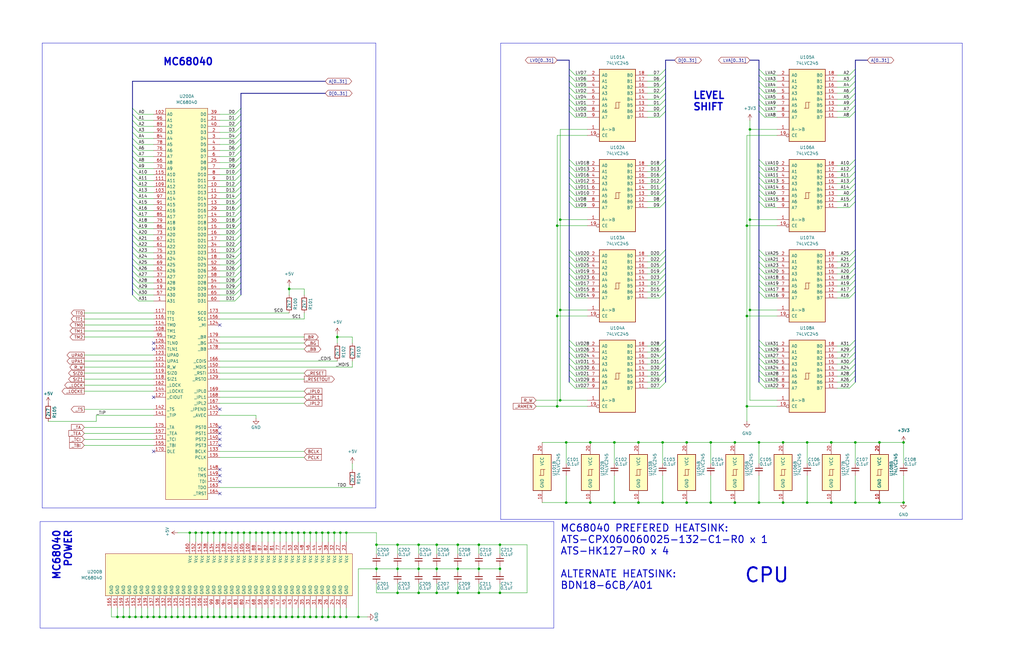
<source format=kicad_sch>
(kicad_sch (version 20231120) (generator "eeschema") (generator_version "8.0")
  (paper "B")
  (title_block (title "AmigaPCI 68040") (date "2024-07-03") (rev "2.1"))
  (junction (at 299.72 212.09))
  (junction (at 62.23 260.35))
  (junction (at 82.55 260.35))
  (junction (at 121.92 121.92))
  (junction (at 57.15 260.35))
  (junction (at 201.93 250.19))
  (junction (at 176.53 240.03))
  (junction (at 176.53 229.87))
  (junction (at 210.82 250.19))
  (junction (at 67.31 260.35))
  (junction (at 74.93 260.35))
  (junction (at 133.35 260.35))
  (junction (at 125.73 260.35))
  (junction (at 128.27 224.79))
  (junction (at 143.51 224.79))
  (junction (at 120.65 224.79))
  (junction (at 130.81 260.35))
  (junction (at 138.43 224.79))
  (junction (at 248.92 212.09))
  (junction (at 370.84 186.69))
  (junction (at 151.13 260.35))
  (junction (at 184.15 240.03))
  (junction (at 269.24 212.09))
  (junction (at 360.68 212.09))
  (junction (at 269.24 186.69))
  (junction (at 135.89 260.35))
  (junction (at 316.23 92.71))
  (junction (at 176.53 250.19))
  (junction (at 102.87 224.79))
  (junction (at 102.87 260.35))
  (junction (at 80.01 260.35))
  (junction (at 316.23 130.81))
  (junction (at 69.85 260.35))
  (junction (at 146.05 260.35))
  (junction (at 201.93 240.03))
  (junction (at 105.41 224.79))
  (junction (at 92.71 260.35))
  (junction (at 146.05 224.79))
  (junction (at 110.49 260.35))
  (junction (at 167.64 250.19))
  (junction (at 309.88 186.69))
  (junction (at 113.03 224.79))
  (junction (at 316.23 54.61))
  (junction (at 97.79 224.79))
  (junction (at 309.88 212.09))
  (junction (at 279.4 186.69))
  (junction (at 236.22 168.91))
  (junction (at 314.96 171.45))
  (junction (at 234.95 133.35))
  (junction (at 64.77 260.35))
  (junction (at 350.52 212.09))
  (junction (at 142.24 142.24))
  (junction (at 340.36 212.09))
  (junction (at 360.68 186.69))
  (junction (at 92.71 224.79))
  (junction (at 193.04 229.87))
  (junction (at 115.57 260.35))
  (junction (at 95.25 260.35))
  (junction (at 130.81 224.79))
  (junction (at 143.51 260.35))
  (junction (at 279.4 212.09))
  (junction (at 370.84 212.09))
  (junction (at 82.55 224.79))
  (junction (at 259.08 186.69))
  (junction (at 115.57 224.79))
  (junction (at 72.39 260.35))
  (junction (at 107.95 260.35))
  (junction (at 54.61 260.35))
  (junction (at 381 212.09))
  (junction (at 87.63 224.79))
  (junction (at 87.63 260.35))
  (junction (at 259.08 212.09))
  (junction (at 167.64 240.03))
  (junction (at 138.43 260.35))
  (junction (at 210.82 229.87))
  (junction (at 133.35 224.79))
  (junction (at 123.19 260.35))
  (junction (at 236.22 130.81))
  (junction (at 97.79 260.35))
  (junction (at 90.17 224.79))
  (junction (at 299.72 186.69))
  (junction (at 350.52 186.69))
  (junction (at 125.73 224.79))
  (junction (at 118.11 224.79))
  (junction (at 158.75 229.87))
  (junction (at 85.09 260.35))
  (junction (at 80.01 224.79))
  (junction (at 238.76 212.09))
  (junction (at 52.07 260.35))
  (junction (at 90.17 260.35))
  (junction (at 100.33 224.79))
  (junction (at 320.04 212.09))
  (junction (at 128.27 260.35))
  (junction (at 105.41 260.35))
  (junction (at 314.96 133.35))
  (junction (at 330.2 186.69))
  (junction (at 140.97 260.35))
  (junction (at 330.2 212.09))
  (junction (at 85.09 224.79))
  (junction (at 381 186.69))
  (junction (at 107.95 224.79))
  (junction (at 193.04 240.03))
  (junction (at 49.53 260.35))
  (junction (at 289.56 212.09))
  (junction (at 234.95 171.45))
  (junction (at 201.93 229.87))
  (junction (at 184.15 229.87))
  (junction (at 184.15 250.19))
  (junction (at 59.69 260.35))
  (junction (at 120.65 260.35))
  (junction (at 238.76 186.69))
  (junction (at 320.04 186.69))
  (junction (at 340.36 186.69))
  (junction (at 210.82 240.03))
  (junction (at 135.89 224.79))
  (junction (at 193.04 250.19))
  (junction (at 100.33 260.35))
  (junction (at 118.11 260.35))
  (junction (at 236.22 92.71))
  (junction (at 77.47 260.35))
  (junction (at 110.49 224.79))
  (junction (at 167.64 229.87))
  (junction (at 140.97 224.79))
  (junction (at 123.19 224.79))
  (junction (at 248.92 186.69))
  (junction (at 314.96 95.25))
  (junction (at 95.25 224.79))
  (junction (at 113.03 260.35))
  (junction (at 234.95 95.25))
  (junction (at 158.75 240.03))
  (junction (at 289.56 186.69))
  (no_connect (at 92.71 208.28))
  (no_connect (at 64.77 144.78))
  (no_connect (at 64.77 190.5))
  (no_connect (at 64.77 167.64))
  (no_connect (at 92.71 185.42))
  (no_connect (at 92.71 182.88))
  (no_connect (at 64.77 147.32))
  (no_connect (at 92.71 137.16))
  (no_connect (at 92.71 172.72))
  (no_connect (at 92.71 200.66))
  (no_connect (at 92.71 198.12))
  (no_connect (at 92.71 187.96))
  (no_connect (at 92.71 203.2))
  (no_connect (at 92.71 180.34))
  (bus_entry (at 320.04 72.39) (size 2.54 2.54))
  (bus_entry (at 240.03 110.49) (size 2.54 2.54))
  (bus_entry (at 360.68 153.67) (size -2.54 2.54))
  (bus_entry (at 280.67 44.45) (size -2.54 2.54))
  (bus_entry (at 280.67 156.21) (size -2.54 2.54))
  (bus_entry (at 280.67 39.37) (size -2.54 2.54))
  (bus_entry (at 240.03 44.45) (size 2.54 2.54))
  (bus_entry (at 280.67 115.57) (size -2.54 2.54))
  (bus_entry (at 99.06 50.8) (size 2.54 -2.54))
  (bus_entry (at 320.04 115.57) (size 2.54 2.54))
  (bus_entry (at 280.67 146.05) (size -2.54 2.54))
  (bus_entry (at 280.67 34.29) (size -2.54 2.54))
  (bus_entry (at 360.68 113.03) (size -2.54 2.54))
  (bus_entry (at 99.06 91.44) (size 2.54 -2.54))
  (bus_entry (at 320.04 39.37) (size 2.54 2.54))
  (bus_entry (at 360.68 69.85) (size -2.54 2.54))
  (bus_entry (at 280.67 72.39) (size -2.54 2.54))
  (bus_entry (at 58.42 106.68) (size -2.54 -2.54))
  (bus_entry (at 99.06 76.2) (size 2.54 -2.54))
  (bus_entry (at 58.42 58.42) (size -2.54 -2.54))
  (bus_entry (at 360.68 120.65) (size -2.54 2.54))
  (bus_entry (at 240.03 113.03) (size 2.54 2.54))
  (bus_entry (at 320.04 161.29) (size 2.54 2.54))
  (bus_entry (at 58.42 88.9) (size -2.54 -2.54))
  (bus_entry (at 99.06 78.74) (size 2.54 -2.54))
  (bus_entry (at 240.03 85.09) (size 2.54 2.54))
  (bus_entry (at 280.67 120.65) (size -2.54 2.54))
  (bus_entry (at 99.06 104.14) (size 2.54 -2.54))
  (bus_entry (at 99.06 60.96) (size 2.54 -2.54))
  (bus_entry (at 99.06 83.82) (size 2.54 -2.54))
  (bus_entry (at 320.04 46.99) (size 2.54 2.54))
  (bus_entry (at 58.42 83.82) (size -2.54 -2.54))
  (bus_entry (at 320.04 123.19) (size 2.54 2.54))
  (bus_entry (at 240.03 146.05) (size 2.54 2.54))
  (bus_entry (at 58.42 63.5) (size -2.54 -2.54))
  (bus_entry (at 99.06 63.5) (size 2.54 -2.54))
  (bus_entry (at 240.03 69.85) (size 2.54 2.54))
  (bus_entry (at 280.67 41.91) (size -2.54 2.54))
  (bus_entry (at 320.04 29.21) (size 2.54 2.54))
  (bus_entry (at 360.68 74.93) (size -2.54 2.54))
  (bus_entry (at 360.68 146.05) (size -2.54 2.54))
  (bus_entry (at 320.04 151.13) (size 2.54 2.54))
  (bus_entry (at 280.67 36.83) (size -2.54 2.54))
  (bus_entry (at 58.42 96.52) (size -2.54 -2.54))
  (bus_entry (at 320.04 80.01) (size 2.54 2.54))
  (bus_entry (at 320.04 77.47) (size 2.54 2.54))
  (bus_entry (at 360.68 151.13) (size -2.54 2.54))
  (bus_entry (at 360.68 158.75) (size -2.54 2.54))
  (bus_entry (at 360.68 41.91) (size -2.54 2.54))
  (bus_entry (at 240.03 31.75) (size 2.54 2.54))
  (bus_entry (at 360.68 148.59) (size -2.54 2.54))
  (bus_entry (at 360.68 115.57) (size -2.54 2.54))
  (bus_entry (at 99.06 101.6) (size 2.54 -2.54))
  (bus_entry (at 240.03 74.93) (size 2.54 2.54))
  (bus_entry (at 58.42 116.84) (size -2.54 -2.54))
  (bus_entry (at 58.42 124.46) (size -2.54 -2.54))
  (bus_entry (at 240.03 77.47) (size 2.54 2.54))
  (bus_entry (at 58.42 93.98) (size -2.54 -2.54))
  (bus_entry (at 99.06 116.84) (size 2.54 -2.54))
  (bus_entry (at 280.67 46.99) (size -2.54 2.54))
  (bus_entry (at 240.03 39.37) (size 2.54 2.54))
  (bus_entry (at 320.04 107.95) (size 2.54 2.54))
  (bus_entry (at 360.68 29.21) (size -2.54 2.54))
  (bus_entry (at 99.06 124.46) (size 2.54 -2.54))
  (bus_entry (at 280.67 161.29) (size -2.54 2.54))
  (bus_entry (at 240.03 107.95) (size 2.54 2.54))
  (bus_entry (at 240.03 148.59) (size 2.54 2.54))
  (bus_entry (at 99.06 106.68) (size 2.54 -2.54))
  (bus_entry (at 58.42 81.28) (size -2.54 -2.54))
  (bus_entry (at 58.42 101.6) (size -2.54 -2.54))
  (bus_entry (at 320.04 34.29) (size 2.54 2.54))
  (bus_entry (at 99.06 53.34) (size 2.54 -2.54))
  (bus_entry (at 280.67 110.49) (size -2.54 2.54))
  (bus_entry (at 360.68 44.45) (size -2.54 2.54))
  (bus_entry (at 320.04 82.55) (size 2.54 2.54))
  (bus_entry (at 99.06 86.36) (size 2.54 -2.54))
  (bus_entry (at 360.68 39.37) (size -2.54 2.54))
  (bus_entry (at 360.68 80.01) (size -2.54 2.54))
  (bus_entry (at 240.03 36.83) (size 2.54 2.54))
  (bus_entry (at 99.06 88.9) (size 2.54 -2.54))
  (bus_entry (at 360.68 77.47) (size -2.54 2.54))
  (bus_entry (at 240.03 158.75) (size 2.54 2.54))
  (bus_entry (at 58.42 48.26) (size -2.54 -2.54))
  (bus_entry (at 240.03 161.29) (size 2.54 2.54))
  (bus_entry (at 58.42 109.22) (size -2.54 -2.54))
  (bus_entry (at 99.06 93.98) (size 2.54 -2.54))
  (bus_entry (at 360.68 107.95) (size -2.54 2.54))
  (bus_entry (at 280.67 153.67) (size -2.54 2.54))
  (bus_entry (at 280.67 107.95) (size -2.54 2.54))
  (bus_entry (at 360.68 105.41) (size -2.54 2.54))
  (bus_entry (at 320.04 158.75) (size 2.54 2.54))
  (bus_entry (at 240.03 80.01) (size 2.54 2.54))
  (bus_entry (at 360.68 156.21) (size -2.54 2.54))
  (bus_entry (at 360.68 46.99) (size -2.54 2.54))
  (bus_entry (at 58.42 50.8) (size -2.54 -2.54))
  (bus_entry (at 58.42 121.92) (size -2.54 -2.54))
  (bus_entry (at 360.68 67.31) (size -2.54 2.54))
  (bus_entry (at 320.04 143.51) (size 2.54 2.54))
  (bus_entry (at 280.67 113.03) (size -2.54 2.54))
  (bus_entry (at 240.03 153.67) (size 2.54 2.54))
  (bus_entry (at 360.68 72.39) (size -2.54 2.54))
  (bus_entry (at 58.42 127) (size -2.54 -2.54))
  (bus_entry (at 280.67 123.19) (size -2.54 2.54))
  (bus_entry (at 58.42 91.44) (size -2.54 -2.54))
  (bus_entry (at 320.04 69.85) (size 2.54 2.54))
  (bus_entry (at 99.06 73.66) (size 2.54 -2.54))
  (bus_entry (at 240.03 105.41) (size 2.54 2.54))
  (bus_entry (at 280.67 80.01) (size -2.54 2.54))
  (bus_entry (at 320.04 110.49) (size 2.54 2.54))
  (bus_entry (at 280.67 85.09) (size -2.54 2.54))
  (bus_entry (at 240.03 46.99) (size 2.54 2.54))
  (bus_entry (at 58.42 119.38) (size -2.54 -2.54))
  (bus_entry (at 280.67 74.93) (size -2.54 2.54))
  (bus_entry (at 360.68 85.09) (size -2.54 2.54))
  (bus_entry (at 58.42 114.3) (size -2.54 -2.54))
  (bus_entry (at 99.06 58.42) (size 2.54 -2.54))
  (bus_entry (at 99.06 121.92) (size 2.54 -2.54))
  (bus_entry (at 360.68 143.51) (size -2.54 2.54))
  (bus_entry (at 360.68 34.29) (size -2.54 2.54))
  (bus_entry (at 99.06 109.22) (size 2.54 -2.54))
  (bus_entry (at 58.42 71.12) (size -2.54 -2.54))
  (bus_entry (at 99.06 127) (size 2.54 -2.54))
  (bus_entry (at 240.03 67.31) (size 2.54 2.54))
  (bus_entry (at 99.06 111.76) (size 2.54 -2.54))
  (bus_entry (at 58.42 53.34) (size -2.54 -2.54))
  (bus_entry (at 360.68 161.29) (size -2.54 2.54))
  (bus_entry (at 280.67 105.41) (size -2.54 2.54))
  (bus_entry (at 240.03 82.55) (size 2.54 2.54))
  (bus_entry (at 280.67 158.75) (size -2.54 2.54))
  (bus_entry (at 240.03 143.51) (size 2.54 2.54))
  (bus_entry (at 58.42 99.06) (size -2.54 -2.54))
  (bus_entry (at 240.03 41.91) (size 2.54 2.54))
  (bus_entry (at 58.42 78.74) (size -2.54 -2.54))
  (bus_entry (at 280.67 148.59) (size -2.54 2.54))
  (bus_entry (at 320.04 74.93) (size 2.54 2.54))
  (bus_entry (at 99.06 114.3) (size 2.54 -2.54))
  (bus_entry (at 320.04 153.67) (size 2.54 2.54))
  (bus_entry (at 58.42 86.36) (size -2.54 -2.54))
  (bus_entry (at 320.04 118.11) (size 2.54 2.54))
  (bus_entry (at 280.67 31.75) (size -2.54 2.54))
  (bus_entry (at 320.04 148.59) (size 2.54 2.54))
  (bus_entry (at 320.04 113.03) (size 2.54 2.54))
  (bus_entry (at 320.04 120.65) (size 2.54 2.54))
  (bus_entry (at 280.67 29.21) (size -2.54 2.54))
  (bus_entry (at 99.06 55.88) (size 2.54 -2.54))
  (bus_entry (at 240.03 72.39) (size 2.54 2.54))
  (bus_entry (at 58.42 104.14) (size -2.54 -2.54))
  (bus_entry (at 240.03 123.19) (size 2.54 2.54))
  (bus_entry (at 320.04 31.75) (size 2.54 2.54))
  (bus_entry (at 360.68 31.75) (size -2.54 2.54))
  (bus_entry (at 320.04 105.41) (size 2.54 2.54))
  (bus_entry (at 320.04 41.91) (size 2.54 2.54))
  (bus_entry (at 240.03 29.21) (size 2.54 2.54))
  (bus_entry (at 58.42 111.76) (size -2.54 -2.54))
  (bus_entry (at 280.67 77.47) (size -2.54 2.54))
  (bus_entry (at 280.67 69.85) (size -2.54 2.54))
  (bus_entry (at 99.06 66.04) (size 2.54 -2.54))
  (bus_entry (at 58.42 66.04) (size -2.54 -2.54))
  (bus_entry (at 360.68 110.49) (size -2.54 2.54))
  (bus_entry (at 280.67 67.31) (size -2.54 2.54))
  (bus_entry (at 280.67 118.11) (size -2.54 2.54))
  (bus_entry (at 280.67 82.55) (size -2.54 2.54))
  (bus_entry (at 58.42 60.96) (size -2.54 -2.54))
  (bus_entry (at 320.04 67.31) (size 2.54 2.54))
  (bus_entry (at 240.03 120.65) (size 2.54 2.54))
  (bus_entry (at 99.06 119.38) (size 2.54 -2.54))
  (bus_entry (at 240.03 34.29) (size 2.54 2.54))
  (bus_entry (at 240.03 156.21) (size 2.54 2.54))
  (bus_entry (at 58.42 73.66) (size -2.54 -2.54))
  (bus_entry (at 360.68 123.19) (size -2.54 2.54))
  (bus_entry (at 99.06 96.52) (size 2.54 -2.54))
  (bus_entry (at 58.42 68.58) (size -2.54 -2.54))
  (bus_entry (at 360.68 36.83) (size -2.54 2.54))
  (bus_entry (at 99.06 48.26) (size 2.54 -2.54))
  (bus_entry (at 99.06 81.28) (size 2.54 -2.54))
  (bus_entry (at 320.04 36.83) (size 2.54 2.54))
  (bus_entry (at 360.68 118.11) (size -2.54 2.54))
  (bus_entry (at 99.06 99.06) (size 2.54 -2.54))
  (bus_entry (at 320.04 85.09) (size 2.54 2.54))
  (bus_entry (at 58.42 76.2) (size -2.54 -2.54))
  (bus_entry (at 240.03 115.57) (size 2.54 2.54))
  (bus_entry (at 99.06 71.12) (size 2.54 -2.54))
  (bus_entry (at 280.67 143.51) (size -2.54 2.54))
  (bus_entry (at 240.03 151.13) (size 2.54 2.54))
  (bus_entry (at 99.06 68.58) (size 2.54 -2.54))
  (bus_entry (at 320.04 146.05) (size 2.54 2.54))
  (bus_entry (at 240.03 118.11) (size 2.54 2.54))
  (bus_entry (at 320.04 44.45) (size 2.54 2.54))
  (bus_entry (at 58.42 55.88) (size -2.54 -2.54))
  (bus_entry (at 360.68 82.55) (size -2.54 2.54))
  (bus_entry (at 320.04 156.21) (size 2.54 2.54))
  (bus_entry (at 280.67 151.13) (size -2.54 2.54))
  (wire (pts (xy 35.56 152.4) (xy 64.77 152.4)))
  (bus (pts (xy 320.04 148.59) (xy 320.04 146.05)))
  (wire (pts (xy 105.41 260.35) (xy 107.95 260.35)))
  (bus (pts (xy 320.04 105.41) (xy 320.04 85.09)))
  (wire (pts (xy 97.79 224.79) (xy 100.33 224.79)))
  (wire (pts (xy 92.71 132.08) (xy 121.92 132.08)))
  (wire (pts (xy 92.71 127) (xy 99.06 127)))
  (bus (pts (xy 320.04 34.29) (xy 320.04 31.75)))
  (bus (pts (xy 360.68 123.19) (xy 360.68 120.65)))
  (wire (pts (xy 115.57 224.79) (xy 115.57 228.6)))
  (wire (pts (xy 151.13 240.03) (xy 158.75 240.03)))
  (wire (pts (xy 320.04 200.66) (xy 320.04 212.09)))
  (wire (pts (xy 82.55 224.79) (xy 85.09 224.79)))
  (wire (pts (xy 58.42 81.28) (xy 64.77 81.28)))
  (wire (pts (xy 58.42 73.66) (xy 64.77 73.66)))
  (wire (pts (xy 80.01 256.54) (xy 80.01 260.35)))
  (wire (pts (xy 58.42 119.38) (xy 64.77 119.38)))
  (wire (pts (xy 340.36 200.66) (xy 340.36 212.09)))
  (wire (pts (xy 322.58 39.37) (xy 327.66 39.37)))
  (wire (pts (xy 92.71 73.66) (xy 99.06 73.66)))
  (wire (pts (xy 242.57 49.53) (xy 247.65 49.53)))
  (bus (pts (xy 101.6 83.82) (xy 101.6 86.36)))
  (bus (pts (xy 360.68 110.49) (xy 360.68 107.95)))
  (wire (pts (xy 158.75 233.68) (xy 158.75 229.87)))
  (wire (pts (xy 72.39 260.35) (xy 74.93 260.35)))
  (wire (pts (xy 210.82 238.76) (xy 210.82 240.03)))
  (wire (pts (xy 201.93 238.76) (xy 201.93 240.03)))
  (wire (pts (xy 128.27 124.46) (xy 128.27 121.92)))
  (wire (pts (xy 358.14 69.85) (xy 353.06 69.85)))
  (wire (pts (xy 35.56 149.86) (xy 64.77 149.86)))
  (wire (pts (xy 120.65 224.79) (xy 123.19 224.79)))
  (wire (pts (xy 35.56 180.34) (xy 64.77 180.34)))
  (wire (pts (xy 102.87 224.79) (xy 105.41 224.79)))
  (bus (pts (xy 360.68 67.31) (xy 360.68 46.99)))
  (bus (pts (xy 240.03 161.29) (xy 240.03 158.75)))
  (bus (pts (xy 240.03 153.67) (xy 240.03 151.13)))
  (wire (pts (xy 95.25 256.54) (xy 95.25 260.35)))
  (wire (pts (xy 381 212.09) (xy 370.84 212.09)))
  (wire (pts (xy 148.59 195.58) (xy 148.59 198.12)))
  (bus (pts (xy 101.6 109.22) (xy 101.6 111.76)))
  (bus (pts (xy 55.88 96.52) (xy 55.88 99.06)))
  (wire (pts (xy 201.93 250.19) (xy 201.93 246.38)))
  (wire (pts (xy 35.56 182.88) (xy 64.77 182.88)))
  (wire (pts (xy 322.58 125.73) (xy 327.66 125.73)))
  (wire (pts (xy 184.15 240.03) (xy 193.04 240.03)))
  (wire (pts (xy 58.42 121.92) (xy 64.77 121.92)))
  (bus (pts (xy 101.6 106.68) (xy 101.6 109.22)))
  (wire (pts (xy 278.13 110.49) (xy 273.05 110.49)))
  (bus (pts (xy 55.88 68.58) (xy 55.88 71.12)))
  (wire (pts (xy 158.75 250.19) (xy 167.64 250.19)))
  (bus (pts (xy 280.67 80.01) (xy 280.67 77.47)))
  (wire (pts (xy 278.13 151.13) (xy 273.05 151.13)))
  (wire (pts (xy 330.2 186.69) (xy 340.36 186.69)))
  (wire (pts (xy 242.57 31.75) (xy 247.65 31.75)))
  (wire (pts (xy 146.05 256.54) (xy 146.05 260.35)))
  (wire (pts (xy 322.58 72.39) (xy 327.66 72.39)))
  (wire (pts (xy 236.22 168.91) (xy 247.65 168.91)))
  (wire (pts (xy 92.71 50.8) (xy 99.06 50.8)))
  (wire (pts (xy 105.41 256.54) (xy 105.41 260.35)))
  (bus (pts (xy 320.04 39.37) (xy 320.04 36.83)))
  (wire (pts (xy 49.53 260.35) (xy 52.07 260.35)))
  (wire (pts (xy 92.71 91.44) (xy 99.06 91.44)))
  (wire (pts (xy 167.64 233.68) (xy 167.64 229.87)))
  (wire (pts (xy 222.25 229.87) (xy 222.25 250.19)))
  (bus (pts (xy 360.68 153.67) (xy 360.68 151.13)))
  (wire (pts (xy 143.51 224.79) (xy 146.05 224.79)))
  (wire (pts (xy 279.4 200.66) (xy 279.4 212.09)))
  (wire (pts (xy 236.22 54.61) (xy 247.65 54.61)))
  (wire (pts (xy 92.71 55.88) (xy 99.06 55.88)))
  (wire (pts (xy 58.42 83.82) (xy 64.77 83.82)))
  (wire (pts (xy 322.58 153.67) (xy 327.66 153.67)))
  (wire (pts (xy 58.42 86.36) (xy 64.77 86.36)))
  (wire (pts (xy 314.96 133.35) (xy 314.96 95.25)))
  (bus (pts (xy 101.6 86.36) (xy 101.6 88.9)))
  (wire (pts (xy 128.27 260.35) (xy 130.81 260.35)))
  (wire (pts (xy 113.03 224.79) (xy 113.03 228.6)))
  (bus (pts (xy 101.6 45.72) (xy 101.6 48.26)))
  (wire (pts (xy 58.42 114.3) (xy 64.77 114.3)))
  (bus (pts (xy 55.88 83.82) (xy 55.88 86.36)))
  (wire (pts (xy 35.56 154.94) (xy 64.77 154.94)))
  (wire (pts (xy 279.4 186.69) (xy 279.4 195.58)))
  (bus (pts (xy 320.04 161.29) (xy 320.04 158.75)))
  (bus (pts (xy 101.6 101.6) (xy 101.6 104.14)))
  (wire (pts (xy 259.08 186.69) (xy 269.24 186.69)))
  (bus (pts (xy 101.6 121.92) (xy 101.6 124.46)))
  (wire (pts (xy 370.84 186.69) (xy 381 186.69)))
  (wire (pts (xy 278.13 39.37) (xy 273.05 39.37)))
  (wire (pts (xy 100.33 256.54) (xy 100.33 260.35)))
  (wire (pts (xy 143.51 224.79) (xy 143.51 228.6)))
  (wire (pts (xy 80.01 224.79) (xy 82.55 224.79)))
  (wire (pts (xy 242.57 163.83) (xy 247.65 163.83)))
  (bus (pts (xy 320.04 41.91) (xy 320.04 39.37)))
  (wire (pts (xy 118.11 256.54) (xy 118.11 260.35)))
  (wire (pts (xy 358.14 125.73) (xy 353.06 125.73)))
  (wire (pts (xy 130.81 228.6) (xy 130.81 224.79)))
  (wire (pts (xy 57.15 260.35) (xy 59.69 260.35)))
  (bus (pts (xy 240.03 148.59) (xy 240.03 146.05)))
  (bus (pts (xy 320.04 153.67) (xy 320.04 151.13)))
  (bus (pts (xy 360.68 115.57) (xy 360.68 113.03)))
  (bus (pts (xy 55.88 66.04) (xy 55.88 68.58)))
  (wire (pts (xy 35.56 162.56) (xy 64.77 162.56)))
  (bus (pts (xy 55.88 81.28) (xy 55.88 83.82)))
  (wire (pts (xy 278.13 120.65) (xy 273.05 120.65)))
  (wire (pts (xy 49.53 256.54) (xy 49.53 260.35)))
  (wire (pts (xy 54.61 260.35) (xy 57.15 260.35)))
  (wire (pts (xy 167.64 240.03) (xy 167.64 241.3)))
  (bus (pts (xy 280.67 82.55) (xy 280.67 80.01)))
  (bus (pts (xy 55.88 50.8) (xy 55.88 53.34)))
  (bus (pts (xy 240.03 158.75) (xy 240.03 156.21)))
  (wire (pts (xy 59.69 260.35) (xy 62.23 260.35)))
  (wire (pts (xy 20.32 177.8) (xy 40.64 177.8)))
  (bus (pts (xy 320.04 123.19) (xy 320.04 120.65)))
  (wire (pts (xy 92.71 256.54) (xy 92.71 260.35)))
  (bus (pts (xy 101.6 66.04) (xy 101.6 68.58)))
  (wire (pts (xy 92.71 99.06) (xy 99.06 99.06)))
  (wire (pts (xy 110.49 260.35) (xy 113.03 260.35)))
  (wire (pts (xy 322.58 46.99) (xy 327.66 46.99)))
  (wire (pts (xy 115.57 256.54) (xy 115.57 260.35)))
  (wire (pts (xy 158.75 238.76) (xy 158.75 240.03)))
  (wire (pts (xy 316.23 50.8) (xy 316.23 54.61)))
  (bus (pts (xy 320.04 85.09) (xy 320.04 82.55)))
  (bus (pts (xy 320.04 44.45) (xy 320.04 41.91)))
  (wire (pts (xy 340.36 186.69) (xy 350.52 186.69)))
  (wire (pts (xy 97.79 256.54) (xy 97.79 260.35)))
  (bus (pts (xy 360.68 29.21) (xy 360.68 25.4)))
  (wire (pts (xy 242.57 87.63) (xy 247.65 87.63)))
  (wire (pts (xy 322.58 115.57) (xy 327.66 115.57)))
  (wire (pts (xy 138.43 224.79) (xy 140.97 224.79)))
  (wire (pts (xy 52.07 260.35) (xy 54.61 260.35)))
  (wire (pts (xy 67.31 256.54) (xy 67.31 260.35)))
  (wire (pts (xy 143.51 260.35) (xy 146.05 260.35)))
  (wire (pts (xy 97.79 224.79) (xy 97.79 228.6)))
  (wire (pts (xy 242.57 115.57) (xy 247.65 115.57)))
  (wire (pts (xy 314.96 171.45) (xy 327.66 171.45)))
  (bus (pts (xy 55.88 48.26) (xy 55.88 50.8)))
  (bus (pts (xy 101.6 68.58) (xy 101.6 71.12)))
  (bus (pts (xy 280.67 36.83) (xy 280.67 34.29)))
  (wire (pts (xy 167.64 240.03) (xy 176.53 240.03)))
  (wire (pts (xy 167.64 238.76) (xy 167.64 240.03)))
  (wire (pts (xy 35.56 187.96) (xy 64.77 187.96)))
  (bus (pts (xy 280.67 69.85) (xy 280.67 67.31)))
  (bus (pts (xy 101.6 60.96) (xy 101.6 63.5)))
  (bus (pts (xy 280.67 123.19) (xy 280.67 120.65)))
  (wire (pts (xy 278.13 80.01) (xy 273.05 80.01)))
  (bus (pts (xy 316.23 25.4) (xy 320.04 25.4)))
  (wire (pts (xy 58.42 101.6) (xy 64.77 101.6)))
  (wire (pts (xy 322.58 113.03) (xy 327.66 113.03)))
  (bus (pts (xy 360.68 148.59) (xy 360.68 146.05)))
  (wire (pts (xy 121.92 121.92) (xy 121.92 124.46)))
  (bus (pts (xy 280.67 41.91) (xy 280.67 39.37)))
  (wire (pts (xy 148.59 144.78) (xy 148.59 142.24)))
  (wire (pts (xy 242.57 46.99) (xy 247.65 46.99)))
  (wire (pts (xy 358.14 39.37) (xy 353.06 39.37)))
  (bus (pts (xy 360.68 151.13) (xy 360.68 148.59)))
  (wire (pts (xy 242.57 39.37) (xy 247.65 39.37)))
  (bus (pts (xy 101.6 119.38) (xy 101.6 121.92)))
  (wire (pts (xy 107.95 224.79) (xy 110.49 224.79)))
  (bus (pts (xy 280.67 44.45) (xy 280.67 41.91)))
  (wire (pts (xy 236.22 130.81) (xy 236.22 168.91)))
  (bus (pts (xy 55.88 88.9) (xy 55.88 91.44)))
  (bus (pts (xy 55.88 93.98) (xy 55.88 96.52)))
  (wire (pts (xy 278.13 153.67) (xy 273.05 153.67)))
  (wire (pts (xy 184.15 233.68) (xy 184.15 229.87)))
  (bus (pts (xy 360.68 156.21) (xy 360.68 153.67)))
  (wire (pts (xy 123.19 224.79) (xy 125.73 224.79)))
  (bus (pts (xy 280.67 161.29) (xy 280.67 158.75)))
  (wire (pts (xy 278.13 115.57) (xy 273.05 115.57)))
  (wire (pts (xy 322.58 74.93) (xy 327.66 74.93)))
  (wire (pts (xy 92.71 134.62) (xy 128.27 134.62)))
  (wire (pts (xy 279.4 212.09) (xy 269.24 212.09)))
  (wire (pts (xy 40.64 177.8) (xy 40.64 175.26)))
  (bus (pts (xy 55.88 55.88) (xy 55.88 58.42)))
  (bus (pts (xy 360.68 120.65) (xy 360.68 118.11)))
  (wire (pts (xy 358.14 44.45) (xy 353.06 44.45)))
  (wire (pts (xy 92.71 116.84) (xy 99.06 116.84)))
  (wire (pts (xy 322.58 49.53) (xy 327.66 49.53)))
  (wire (pts (xy 138.43 224.79) (xy 138.43 228.6)))
  (wire (pts (xy 176.53 250.19) (xy 176.53 246.38)))
  (bus (pts (xy 320.04 69.85) (xy 320.04 67.31)))
  (wire (pts (xy 269.24 186.69) (xy 279.4 186.69)))
  (wire (pts (xy 125.73 224.79) (xy 125.73 228.6)))
  (wire (pts (xy 278.13 72.39) (xy 273.05 72.39)))
  (wire (pts (xy 58.42 116.84) (xy 64.77 116.84)))
  (bus (pts (xy 360.68 113.03) (xy 360.68 110.49)))
  (wire (pts (xy 360.68 200.66) (xy 360.68 212.09)))
  (bus (pts (xy 320.04 29.21) (xy 320.04 25.4)))
  (wire (pts (xy 273.05 41.91) (xy 278.13 41.91)))
  (wire (pts (xy 278.13 148.59) (xy 273.05 148.59)))
  (wire (pts (xy 118.11 260.35) (xy 120.65 260.35)))
  (wire (pts (xy 358.14 123.19) (xy 353.06 123.19)))
  (wire (pts (xy 92.71 142.24) (xy 128.27 142.24)))
  (wire (pts (xy 358.14 34.29) (xy 353.06 34.29)))
  (wire (pts (xy 358.14 72.39) (xy 353.06 72.39)))
  (wire (pts (xy 242.57 34.29) (xy 247.65 34.29)))
  (bus (pts (xy 240.03 85.09) (xy 240.03 82.55)))
  (wire (pts (xy 314.96 171.45) (xy 314.96 133.35)))
  (wire (pts (xy 316.23 54.61) (xy 327.66 54.61)))
  (wire (pts (xy 316.23 92.71) (xy 327.66 92.71)))
  (wire (pts (xy 54.61 256.54) (xy 54.61 260.35)))
  (wire (pts (xy 278.13 85.09) (xy 273.05 85.09)))
  (wire (pts (xy 299.72 212.09) (xy 309.88 212.09)))
  (wire (pts (xy 95.25 224.79) (xy 97.79 224.79)))
  (wire (pts (xy 125.73 224.79) (xy 128.27 224.79)))
  (bus (pts (xy 55.88 76.2) (xy 55.88 78.74)))
  (wire (pts (xy 92.71 193.04) (xy 128.27 193.04)))
  (wire (pts (xy 120.65 256.54) (xy 120.65 260.35)))
  (bus (pts (xy 101.6 58.42) (xy 101.6 60.96)))
  (wire (pts (xy 82.55 224.79) (xy 82.55 228.6)))
  (wire (pts (xy 289.56 186.69) (xy 299.72 186.69)))
  (wire (pts (xy 92.71 104.14) (xy 99.06 104.14)))
  (wire (pts (xy 128.27 256.54) (xy 128.27 260.35)))
  (wire (pts (xy 92.71 53.34) (xy 99.06 53.34)))
  (wire (pts (xy 176.53 229.87) (xy 184.15 229.87)))
  (wire (pts (xy 135.89 260.35) (xy 138.43 260.35)))
  (wire (pts (xy 320.04 212.09) (xy 309.88 212.09)))
  (wire (pts (xy 176.53 240.03) (xy 184.15 240.03)))
  (wire (pts (xy 320.04 186.69) (xy 320.04 195.58)))
  (bus (pts (xy 280.67 107.95) (xy 280.67 105.41)))
  (wire (pts (xy 210.82 240.03) (xy 210.82 241.3)))
  (wire (pts (xy 242.57 148.59) (xy 247.65 148.59)))
  (wire (pts (xy 234.95 171.45) (xy 247.65 171.45)))
  (wire (pts (xy 322.58 77.47) (xy 327.66 77.47)))
  (bus (pts (xy 360.68 105.41) (xy 360.68 85.09)))
  (wire (pts (xy 242.57 158.75) (xy 247.65 158.75)))
  (wire (pts (xy 242.57 161.29) (xy 247.65 161.29)))
  (wire (pts (xy 140.97 256.54) (xy 140.97 260.35)))
  (bus (pts (xy 101.6 93.98) (xy 101.6 96.52)))
  (wire (pts (xy 92.71 71.12) (xy 99.06 71.12)))
  (bus (pts (xy 280.67 72.39) (xy 280.67 69.85)))
  (wire (pts (xy 105.41 224.79) (xy 105.41 228.6)))
  (wire (pts (xy 358.14 49.53) (xy 353.06 49.53)))
  (wire (pts (xy 242.57 123.19) (xy 247.65 123.19)))
  (bus (pts (xy 280.67 156.21) (xy 280.67 153.67)))
  (wire (pts (xy 118.11 224.79) (xy 120.65 224.79)))
  (wire (pts (xy 82.55 260.35) (xy 85.09 260.35)))
  (wire (pts (xy 242.57 77.47) (xy 247.65 77.47)))
  (bus (pts (xy 320.04 151.13) (xy 320.04 148.59)))
  (wire (pts (xy 322.58 151.13) (xy 327.66 151.13)))
  (wire (pts (xy 148.59 142.24) (xy 142.24 142.24)))
  (wire (pts (xy 58.42 50.8) (xy 64.77 50.8)))
  (wire (pts (xy 278.13 36.83) (xy 273.05 36.83)))
  (wire (pts (xy 234.95 133.35) (xy 247.65 133.35)))
  (wire (pts (xy 210.82 250.19) (xy 222.25 250.19)))
  (bus (pts (xy 360.68 80.01) (xy 360.68 77.47)))
  (bus (pts (xy 101.6 55.88) (xy 101.6 58.42)))
  (bus (pts (xy 101.6 91.44) (xy 101.6 93.98)))
  (bus (pts (xy 240.03 82.55) (xy 240.03 80.01)))
  (wire (pts (xy 142.24 140.97) (xy 142.24 142.24)))
  (wire (pts (xy 358.14 156.21) (xy 353.06 156.21)))
  (wire (pts (xy 322.58 44.45) (xy 327.66 44.45)))
  (wire (pts (xy 58.42 53.34) (xy 64.77 53.34)))
  (wire (pts (xy 358.14 107.95) (xy 353.06 107.95)))
  (wire (pts (xy 133.35 224.79) (xy 135.89 224.79)))
  (wire (pts (xy 58.42 68.58) (xy 64.77 68.58)))
  (wire (pts (xy 322.58 120.65) (xy 327.66 120.65)))
  (wire (pts (xy 58.42 124.46) (xy 64.77 124.46)))
  (wire (pts (xy 115.57 224.79) (xy 118.11 224.79)))
  (wire (pts (xy 92.71 58.42) (xy 99.06 58.42)))
  (wire (pts (xy 95.25 260.35) (xy 97.79 260.35)))
  (wire (pts (xy 102.87 224.79) (xy 102.87 228.6)))
  (bus (pts (xy 101.6 73.66) (xy 101.6 76.2)))
  (wire (pts (xy 242.57 151.13) (xy 247.65 151.13)))
  (wire (pts (xy 105.41 224.79) (xy 107.95 224.79)))
  (wire (pts (xy 316.23 92.71) (xy 316.23 54.61)))
  (wire (pts (xy 125.73 256.54) (xy 125.73 260.35)))
  (wire (pts (xy 322.58 85.09) (xy 327.66 85.09)))
  (wire (pts (xy 242.57 156.21) (xy 247.65 156.21)))
  (bus (pts (xy 360.68 36.83) (xy 360.68 34.29)))
  (bus (pts (xy 360.68 46.99) (xy 360.68 44.45)))
  (wire (pts (xy 316.23 130.81) (xy 316.23 168.91)))
  (wire (pts (xy 322.58 69.85) (xy 327.66 69.85)))
  (wire (pts (xy 358.14 85.09) (xy 353.06 85.09)))
  (wire (pts (xy 358.14 148.59) (xy 353.06 148.59)))
  (wire (pts (xy 58.42 58.42) (xy 64.77 58.42)))
  (wire (pts (xy 322.58 80.01) (xy 327.66 80.01)))
  (wire (pts (xy 322.58 123.19) (xy 327.66 123.19)))
  (wire (pts (xy 123.19 256.54) (xy 123.19 260.35)))
  (wire (pts (xy 184.15 238.76) (xy 184.15 240.03)))
  (wire (pts (xy 176.53 233.68) (xy 176.53 229.87)))
  (wire (pts (xy 358.14 110.49) (xy 353.06 110.49)))
  (wire (pts (xy 113.03 260.35) (xy 115.57 260.35)))
  (wire (pts (xy 35.56 132.08) (xy 64.77 132.08)))
  (wire (pts (xy 314.96 95.25) (xy 327.66 95.25)))
  (wire (pts (xy 113.03 224.79) (xy 115.57 224.79)))
  (bus (pts (xy 55.88 106.68) (xy 55.88 109.22)))
  (bus (pts (xy 280.67 29.21) (xy 280.67 25.4)))
  (wire (pts (xy 322.58 146.05) (xy 327.66 146.05)))
  (wire (pts (xy 358.14 113.03) (xy 353.06 113.03)))
  (bus (pts (xy 101.6 104.14) (xy 101.6 106.68)))
  (wire (pts (xy 278.13 156.21) (xy 273.05 156.21)))
  (bus (pts (xy 320.04 82.55) (xy 320.04 80.01)))
  (wire (pts (xy 259.08 200.66) (xy 259.08 212.09)))
  (wire (pts (xy 80.01 260.35) (xy 82.55 260.35)))
  (bus (pts (xy 360.68 25.4) (xy 365.76 25.4)))
  (wire (pts (xy 158.75 240.03) (xy 167.64 240.03)))
  (wire (pts (xy 57.15 256.54) (xy 57.15 260.35)))
  (wire (pts (xy 360.68 186.69) (xy 360.68 195.58)))
  (wire (pts (xy 259.08 212.09) (xy 248.92 212.09)))
  (bus (pts (xy 55.88 34.29) (xy 137.16 34.29)))
  (wire (pts (xy 92.71 88.9) (xy 99.06 88.9)))
  (wire (pts (xy 278.13 69.85) (xy 273.05 69.85)))
  (wire (pts (xy 358.14 74.93) (xy 353.06 74.93)))
  (wire (pts (xy 360.68 186.69) (xy 370.84 186.69)))
  (wire (pts (xy 102.87 256.54) (xy 102.87 260.35)))
  (bus (pts (xy 55.88 101.6) (xy 55.88 104.14)))
  (wire (pts (xy 322.58 163.83) (xy 327.66 163.83)))
  (bus (pts (xy 360.68 44.45) (xy 360.68 41.91)))
  (bus (pts (xy 55.88 91.44) (xy 55.88 93.98)))
  (wire (pts (xy 322.58 36.83) (xy 327.66 36.83)))
  (wire (pts (xy 314.96 171.45) (xy 314.96 177.8)))
  (wire (pts (xy 234.95 95.25) (xy 247.65 95.25)))
  (wire (pts (xy 316.23 168.91) (xy 327.66 168.91)))
  (wire (pts (xy 110.49 256.54) (xy 110.49 260.35)))
  (wire (pts (xy 92.71 157.48) (xy 128.27 157.48)))
  (bus (pts (xy 240.03 146.05) (xy 240.03 143.51)))
  (bus (pts (xy 320.04 118.11) (xy 320.04 115.57)))
  (wire (pts (xy 340.36 186.69) (xy 340.36 195.58)))
  (wire (pts (xy 67.31 260.35) (xy 69.85 260.35)))
  (wire (pts (xy 358.14 80.01) (xy 353.06 80.01)))
  (wire (pts (xy 40.64 175.26) (xy 64.77 175.26)))
  (bus (pts (xy 55.88 58.42) (xy 55.88 60.96)))
  (wire (pts (xy 278.13 77.47) (xy 273.05 77.47)))
  (wire (pts (xy 278.13 146.05) (xy 273.05 146.05)))
  (wire (pts (xy 140.97 260.35) (xy 143.51 260.35)))
  (wire (pts (xy 92.71 68.58) (xy 99.06 68.58)))
  (bus (pts (xy 360.68 158.75) (xy 360.68 156.21)))
  (wire (pts (xy 358.14 151.13) (xy 353.06 151.13)))
  (bus (pts (xy 320.04 158.75) (xy 320.04 156.21)))
  (bus (pts (xy 240.03 29.21) (xy 240.03 25.4)))
  (wire (pts (xy 242.57 74.93) (xy 247.65 74.93)))
  (wire (pts (xy 193.04 240.03) (xy 201.93 240.03)))
  (wire (pts (xy 140.97 224.79) (xy 143.51 224.79)))
  (wire (pts (xy 322.58 82.55) (xy 327.66 82.55)))
  (wire (pts (xy 322.58 107.95) (xy 327.66 107.95)))
  (wire (pts (xy 238.76 200.66) (xy 238.76 212.09)))
  (bus (pts (xy 55.88 99.06) (xy 55.88 101.6)))
  (bus (pts (xy 240.03 74.93) (xy 240.03 72.39)))
  (bus (pts (xy 240.03 44.45) (xy 240.03 41.91)))
  (wire (pts (xy 278.13 107.95) (xy 273.05 107.95)))
  (wire (pts (xy 236.22 92.71) (xy 236.22 54.61)))
  (wire (pts (xy 58.42 104.14) (xy 64.77 104.14)))
  (wire (pts (xy 130.81 224.79) (xy 133.35 224.79)))
  (wire (pts (xy 92.71 83.82) (xy 99.06 83.82)))
  (wire (pts (xy 238.76 186.69) (xy 248.92 186.69)))
  (wire (pts (xy 278.13 163.83) (xy 273.05 163.83)))
  (bus (pts (xy 55.88 60.96) (xy 55.88 63.5)))
  (wire (pts (xy 278.13 113.03) (xy 273.05 113.03)))
  (wire (pts (xy 316.23 130.81) (xy 316.23 92.71)))
  (wire (pts (xy 236.22 92.71) (xy 247.65 92.71)))
  (bus (pts (xy 234.95 25.4) (xy 240.03 25.4)))
  (wire (pts (xy 58.42 63.5) (xy 64.77 63.5)))
  (wire (pts (xy 210.82 233.68) (xy 210.82 229.87)))
  (bus (pts (xy 101.6 63.5) (xy 101.6 66.04)))
  (bus (pts (xy 240.03 115.57) (xy 240.03 113.03)))
  (wire (pts (xy 58.42 99.06) (xy 64.77 99.06)))
  (bus (pts (xy 280.67 110.49) (xy 280.67 107.95)))
  (wire (pts (xy 322.58 118.11) (xy 327.66 118.11)))
  (bus (pts (xy 320.04 146.05) (xy 320.04 143.51)))
  (wire (pts (xy 107.95 224.79) (xy 107.95 228.6)))
  (wire (pts (xy 358.14 36.83) (xy 353.06 36.83)))
  (wire (pts (xy 316.23 130.81) (xy 327.66 130.81)))
  (bus (pts (xy 320.04 67.31) (xy 320.04 46.99)))
  (wire (pts (xy 322.58 158.75) (xy 327.66 158.75)))
  (wire (pts (xy 92.71 96.52) (xy 99.06 96.52)))
  (wire (pts (xy 259.08 186.69) (xy 259.08 195.58)))
  (wire (pts (xy 299.72 186.69) (xy 309.88 186.69)))
  (wire (pts (xy 110.49 224.79) (xy 113.03 224.79)))
  (bus (pts (xy 360.68 77.47) (xy 360.68 74.93)))
  (wire (pts (xy 358.14 41.91) (xy 353.06 41.91)))
  (bus (pts (xy 55.88 111.76) (xy 55.88 114.3)))
  (wire (pts (xy 135.89 256.54) (xy 135.89 260.35)))
  (bus (pts (xy 280.67 67.31) (xy 280.67 46.99)))
  (bus (pts (xy 360.68 41.91) (xy 360.68 39.37)))
  (wire (pts (xy 193.04 233.68) (xy 193.04 229.87)))
  (wire (pts (xy 358.14 163.83) (xy 353.06 163.83)))
  (wire (pts (xy 92.71 78.74) (xy 99.06 78.74)))
  (wire (pts (xy 358.14 158.75) (xy 353.06 158.75)))
  (wire (pts (xy 340.36 212.09) (xy 350.52 212.09)))
  (bus (pts (xy 55.88 119.38) (xy 55.88 121.92)))
  (bus (pts (xy 280.67 113.03) (xy 280.67 110.49)))
  (wire (pts (xy 193.04 250.19) (xy 201.93 250.19)))
  (wire (pts (xy 158.75 240.03) (xy 158.75 241.3)))
  (bus (pts (xy 360.68 161.29) (xy 360.68 158.75)))
  (bus (pts (xy 360.68 72.39) (xy 360.68 69.85)))
  (wire (pts (xy 72.39 256.54) (xy 72.39 260.35)))
  (bus (pts (xy 55.88 63.5) (xy 55.88 66.04)))
  (bus (pts (xy 280.67 39.37) (xy 280.67 36.83)))
  (wire (pts (xy 118.11 224.79) (xy 118.11 228.6)))
  (wire (pts (xy 299.72 200.66) (xy 299.72 212.09)))
  (wire (pts (xy 95.25 224.79) (xy 95.25 228.6)))
  (wire (pts (xy 158.75 250.19) (xy 158.75 246.38)))
  (wire (pts (xy 242.57 82.55) (xy 247.65 82.55)))
  (bus (pts (xy 320.04 156.21) (xy 320.04 153.67)))
  (wire (pts (xy 135.89 224.79) (xy 135.89 228.6)))
  (wire (pts (xy 278.13 46.99) (xy 273.05 46.99)))
  (wire (pts (xy 360.68 212.09) (xy 350.52 212.09)))
  (bus (pts (xy 360.68 69.85) (xy 360.68 67.31)))
  (wire (pts (xy 226.06 171.45) (xy 234.95 171.45)))
  (wire (pts (xy 201.93 229.87) (xy 210.82 229.87)))
  (wire (pts (xy 278.13 125.73) (xy 273.05 125.73)))
  (wire (pts (xy 90.17 256.54) (xy 90.17 260.35)))
  (wire (pts (xy 320.04 212.09) (xy 330.2 212.09)))
  (wire (pts (xy 35.56 137.16) (xy 64.77 137.16)))
  (wire (pts (xy 130.81 256.54) (xy 130.81 260.35)))
  (wire (pts (xy 90.17 228.6) (xy 90.17 224.79)))
  (wire (pts (xy 87.63 256.54) (xy 87.63 260.35)))
  (wire (pts (xy 87.63 224.79) (xy 90.17 224.79)))
  (wire (pts (xy 92.71 66.04) (xy 99.06 66.04)))
  (wire (pts (xy 242.57 120.65) (xy 247.65 120.65)))
  (bus (pts (xy 240.03 31.75) (xy 240.03 29.21)))
  (wire (pts (xy 242.57 113.03) (xy 247.65 113.03)))
  (bus (pts (xy 280.67 74.93) (xy 280.67 72.39)))
  (wire (pts (xy 92.71 101.6) (xy 99.06 101.6)))
  (wire (pts (xy 340.36 212.09) (xy 330.2 212.09)))
  (wire (pts (xy 278.13 161.29) (xy 273.05 161.29)))
  (wire (pts (xy 135.89 224.79) (xy 138.43 224.79)))
  (bus (pts (xy 360.68 34.29) (xy 360.68 31.75)))
  (wire (pts (xy 154.94 260.35) (xy 151.13 260.35)))
  (wire (pts (xy 278.13 74.93) (xy 273.05 74.93)))
  (wire (pts (xy 92.71 224.79) (xy 95.25 224.79)))
  (wire (pts (xy 58.42 71.12) (xy 64.77 71.12)))
  (wire (pts (xy 58.42 55.88) (xy 64.77 55.88)))
  (wire (pts (xy 92.71 76.2) (xy 99.06 76.2)))
  (wire (pts (xy 226.06 168.91) (xy 236.22 168.91)))
  (wire (pts (xy 193.04 250.19) (xy 193.04 246.38)))
  (wire (pts (xy 358.14 118.11) (xy 353.06 118.11)))
  (wire (pts (xy 309.88 186.69) (xy 320.04 186.69)))
  (wire (pts (xy 90.17 260.35) (xy 92.71 260.35)))
  (wire (pts (xy 121.92 120.65) (xy 121.92 121.92)))
  (wire (pts (xy 176.53 240.03) (xy 176.53 241.3)))
  (wire (pts (xy 138.43 260.35) (xy 140.97 260.35)))
  (wire (pts (xy 58.42 76.2) (xy 64.77 76.2)))
  (wire (pts (xy 142.24 142.24) (xy 142.24 144.78)))
  (wire (pts (xy 278.13 49.53) (xy 273.05 49.53)))
  (wire (pts (xy 322.58 31.75) (xy 327.66 31.75)))
  (bus (pts (xy 280.67 31.75) (xy 280.67 29.21)))
  (bus (pts (xy 280.67 34.29) (xy 280.67 31.75)))
  (wire (pts (xy 92.71 147.32) (xy 128.27 147.32)))
  (wire (pts (xy 90.17 224.79) (xy 92.71 224.79)))
  (bus (pts (xy 280.67 118.11) (xy 280.67 115.57)))
  (bus (pts (xy 55.88 53.34) (xy 55.88 55.88)))
  (bus (pts (xy 101.6 76.2) (xy 101.6 78.74)))
  (wire (pts (xy 322.58 41.91) (xy 327.66 41.91)))
  (bus (pts (xy 240.03 41.91) (xy 240.03 39.37)))
  (wire (pts (xy 138.43 256.54) (xy 138.43 260.35)))
  (wire (pts (xy 279.4 186.69) (xy 289.56 186.69)))
  (bus (pts (xy 101.6 39.37) (xy 137.16 39.37)))
  (wire (pts (xy 242.57 118.11) (xy 247.65 118.11)))
  (wire (pts (xy 381 186.69) (xy 381 195.58)))
  (wire (pts (xy 242.57 85.09) (xy 247.65 85.09)))
  (wire (pts (xy 167.64 250.19) (xy 167.64 246.38)))
  (wire (pts (xy 115.57 260.35) (xy 118.11 260.35)))
  (wire (pts (xy 242.57 72.39) (xy 247.65 72.39)))
  (wire (pts (xy 358.14 161.29) (xy 353.06 161.29)))
  (wire (pts (xy 299.72 186.69) (xy 299.72 195.58)))
  (wire (pts (xy 322.58 148.59) (xy 327.66 148.59)))
  (wire (pts (xy 358.14 31.75) (xy 353.06 31.75)))
  (bus (pts (xy 360.68 82.55) (xy 360.68 80.01)))
  (wire (pts (xy 322.58 156.21) (xy 327.66 156.21)))
  (wire (pts (xy 113.03 256.54) (xy 113.03 260.35)))
  (wire (pts (xy 107.95 256.54) (xy 107.95 260.35)))
  (bus (pts (xy 101.6 96.52) (xy 101.6 99.06)))
  (wire (pts (xy 46.99 260.35) (xy 49.53 260.35)))
  (bus (pts (xy 101.6 45.72) (xy 101.6 39.37)))
  (bus (pts (xy 240.03 118.11) (xy 240.03 115.57)))
  (wire (pts (xy 238.76 212.09) (xy 228.6 212.09)))
  (bus (pts (xy 240.03 143.51) (xy 240.03 123.19)))
  (wire (pts (xy 77.47 260.35) (xy 80.01 260.35)))
  (wire (pts (xy 322.58 161.29) (xy 327.66 161.29)))
  (wire (pts (xy 35.56 134.62) (xy 64.77 134.62)))
  (wire (pts (xy 102.87 260.35) (xy 105.41 260.35)))
  (wire (pts (xy 123.19 260.35) (xy 125.73 260.35)))
  (wire (pts (xy 314.96 57.15) (xy 327.66 57.15)))
  (bus (pts (xy 240.03 123.19) (xy 240.03 120.65)))
  (wire (pts (xy 381 200.66) (xy 381 212.09)))
  (wire (pts (xy 64.77 256.54) (xy 64.77 260.35)))
  (wire (pts (xy 279.4 212.09) (xy 289.56 212.09)))
  (bus (pts (xy 320.04 74.93) (xy 320.04 72.39)))
  (wire (pts (xy 358.14 146.05) (xy 353.06 146.05)))
  (wire (pts (xy 167.64 250.19) (xy 176.53 250.19)))
  (wire (pts (xy 151.13 240.03) (xy 151.13 260.35)))
  (wire (pts (xy 35.56 172.72) (xy 64.77 172.72)))
  (wire (pts (xy 176.53 250.19) (xy 184.15 250.19)))
  (wire (pts (xy 35.56 160.02) (xy 64.77 160.02)))
  (wire (pts (xy 62.23 256.54) (xy 62.23 260.35)))
  (bus (pts (xy 320.04 72.39) (xy 320.04 69.85)))
  (bus (pts (xy 240.03 113.03) (xy 240.03 110.49)))
  (wire (pts (xy 148.59 152.4) (xy 148.59 154.94)))
  (wire (pts (xy 85.09 260.35) (xy 87.63 260.35)))
  (bus (pts (xy 280.67 153.67) (xy 280.67 151.13)))
  (wire (pts (xy 128.27 224.79) (xy 130.81 224.79)))
  (wire (pts (xy 278.13 118.11) (xy 273.05 118.11)))
  (bus (pts (xy 240.03 151.13) (xy 240.03 148.59)))
  (wire (pts (xy 92.71 167.64) (xy 128.27 167.64)))
  (wire (pts (xy 92.71 114.3) (xy 99.06 114.3)))
  (bus (pts (xy 240.03 36.83) (xy 240.03 34.29)))
  (wire (pts (xy 358.14 115.57) (xy 353.06 115.57)))
  (wire (pts (xy 110.49 228.6) (xy 110.49 224.79)))
  (wire (pts (xy 92.71 109.22) (xy 99.06 109.22)))
  (wire (pts (xy 92.71 205.74) (xy 148.59 205.74)))
  (wire (pts (xy 210.82 250.19) (xy 210.82 246.38)))
  (wire (pts (xy 92.71 260.35) (xy 95.25 260.35)))
  (wire (pts (xy 234.95 95.25) (xy 234.95 57.15)))
  (bus (pts (xy 320.04 113.03) (xy 320.04 110.49)))
  (wire (pts (xy 100.33 224.79) (xy 102.87 224.79)))
  (wire (pts (xy 238.76 212.09) (xy 248.92 212.09)))
  (wire (pts (xy 130.81 260.35) (xy 133.35 260.35)))
  (wire (pts (xy 228.6 186.69) (xy 238.76 186.69)))
  (bus (pts (xy 280.67 46.99) (xy 280.67 44.45)))
  (bus (pts (xy 360.68 85.09) (xy 360.68 82.55)))
  (wire (pts (xy 242.57 146.05) (xy 247.65 146.05)))
  (bus (pts (xy 280.67 85.09) (xy 280.67 82.55)))
  (wire (pts (xy 158.75 224.79) (xy 158.75 229.87)))
  (wire (pts (xy 358.14 46.99) (xy 353.06 46.99)))
  (wire (pts (xy 128.27 132.08) (xy 128.27 134.62)))
  (wire (pts (xy 238.76 186.69) (xy 238.76 195.58)))
  (wire (pts (xy 35.56 185.42) (xy 64.77 185.42)))
  (bus (pts (xy 240.03 69.85) (xy 240.03 67.31)))
  (wire (pts (xy 278.13 87.63) (xy 273.05 87.63)))
  (wire (pts (xy 184.15 240.03) (xy 184.15 241.3)))
  (wire (pts (xy 74.93 224.79) (xy 80.01 224.79)))
  (bus (pts (xy 55.88 45.72) (xy 55.88 48.26)))
  (wire (pts (xy 58.42 127) (xy 64.77 127)))
  (wire (pts (xy 278.13 31.75) (xy 273.05 31.75)))
  (wire (pts (xy 35.56 139.7) (xy 64.77 139.7)))
  (wire (pts (xy 201.93 240.03) (xy 201.93 241.3)))
  (wire (pts (xy 242.57 69.85) (xy 247.65 69.85)))
  (wire (pts (xy 278.13 158.75) (xy 273.05 158.75)))
  (wire (pts (xy 74.93 260.35) (xy 77.47 260.35)))
  (bus (pts (xy 280.67 151.13) (xy 280.67 148.59)))
  (wire (pts (xy 167.64 229.87) (xy 176.53 229.87)))
  (wire (pts (xy 322.58 34.29) (xy 327.66 34.29)))
  (wire (pts (xy 107.95 175.26) (xy 107.95 176.53)))
  (wire (pts (xy 62.23 260.35) (xy 64.77 260.35)))
  (wire (pts (xy 87.63 260.35) (xy 90.17 260.35)))
  (bus (pts (xy 320.04 46.99) (xy 320.04 44.45)))
  (bus (pts (xy 55.88 71.12) (xy 55.88 73.66)))
  (wire (pts (xy 314.96 95.25) (xy 314.96 57.15)))
  (wire (pts (xy 92.71 106.68) (xy 99.06 106.68)))
  (wire (pts (xy 92.71 165.1) (xy 128.27 165.1)))
  (wire (pts (xy 69.85 260.35) (xy 72.39 260.35)))
  (wire (pts (xy 35.56 165.1) (xy 64.77 165.1)))
  (bus (pts (xy 280.67 120.65) (xy 280.67 118.11)))
  (wire (pts (xy 242.57 110.49) (xy 247.65 110.49)))
  (bus (pts (xy 240.03 77.47) (xy 240.03 74.93)))
  (bus (pts (xy 280.67 77.47) (xy 280.67 74.93)))
  (wire (pts (xy 358.14 153.67) (xy 353.06 153.67)))
  (bus (pts (xy 360.68 143.51) (xy 360.68 123.19)))
  (wire (pts (xy 133.35 224.79) (xy 133.35 228.6)))
  (wire (pts (xy 92.71 93.98) (xy 99.06 93.98)))
  (wire (pts (xy 58.42 48.26) (xy 64.77 48.26)))
  (bus (pts (xy 240.03 46.99) (xy 240.03 44.45)))
  (wire (pts (xy 242.57 41.91) (xy 247.65 41.91)))
  (bus (pts (xy 55.88 104.14) (xy 55.88 106.68)))
  (bus (pts (xy 240.03 34.29) (xy 240.03 31.75)))
  (wire (pts (xy 146.05 224.79) (xy 146.05 228.6)))
  (wire (pts (xy 322.58 87.63) (xy 327.66 87.63)))
  (wire (pts (xy 85.09 256.54) (xy 85.09 260.35)))
  (wire (pts (xy 201.93 233.68) (xy 201.93 229.87)))
  (wire (pts (xy 100.33 260.35) (xy 102.87 260.35)))
  (wire (pts (xy 120.65 260.35) (xy 123.19 260.35)))
  (wire (pts (xy 92.71 48.26) (xy 99.06 48.26)))
  (bus (pts (xy 280.67 115.57) (xy 280.67 113.03)))
  (wire (pts (xy 158.75 229.87) (xy 167.64 229.87)))
  (bus (pts (xy 360.68 31.75) (xy 360.68 29.21)))
  (wire (pts (xy 242.57 153.67) (xy 247.65 153.67)))
  (wire (pts (xy 322.58 110.49) (xy 327.66 110.49)))
  (wire (pts (xy 46.99 256.54) (xy 46.99 260.35)))
  (wire (pts (xy 128.27 224.79) (xy 128.27 228.6)))
  (wire (pts (xy 92.71 152.4) (xy 142.24 152.4)))
  (wire (pts (xy 58.42 93.98) (xy 64.77 93.98)))
  (wire (pts (xy 128.27 121.92) (xy 121.92 121.92)))
  (wire (pts (xy 92.71 119.38) (xy 99.06 119.38)))
  (wire (pts (xy 64.77 260.35) (xy 67.31 260.35)))
  (bus (pts (xy 240.03 39.37) (xy 240.03 36.83)))
  (wire (pts (xy 278.13 123.19) (xy 273.05 123.19)))
  (wire (pts (xy 299.72 212.09) (xy 289.56 212.09)))
  (bus (pts (xy 320.04 80.01) (xy 320.04 77.47)))
  (wire (pts (xy 236.22 130.81) (xy 247.65 130.81)))
  (wire (pts (xy 123.19 224.79) (xy 123.19 228.6)))
  (wire (pts (xy 358.14 77.47) (xy 353.06 77.47)))
  (wire (pts (xy 234.95 57.15) (xy 247.65 57.15)))
  (wire (pts (xy 85.09 224.79) (xy 85.09 228.6)))
  (wire (pts (xy 100.33 228.6) (xy 100.33 224.79)))
  (wire (pts (xy 92.71 124.46) (xy 99.06 124.46)))
  (wire (pts (xy 58.42 91.44) (xy 64.77 91.44)))
  (wire (pts (xy 133.35 256.54) (xy 133.35 260.35)))
  (wire (pts (xy 358.14 120.65) (xy 353.06 120.65)))
  (bus (pts (xy 360.68 118.11) (xy 360.68 115.57)))
  (bus (pts (xy 280.67 25.4) (xy 284.48 25.4)))
  (wire (pts (xy 201.93 240.03) (xy 210.82 240.03)))
  (wire (pts (xy 80.01 228.6) (xy 80.01 224.79)))
  (bus (pts (xy 101.6 48.26) (xy 101.6 50.8)))
  (wire (pts (xy 35.56 142.24) (xy 64.77 142.24)))
  (wire (pts (xy 193.04 229.87) (xy 201.93 229.87)))
  (wire (pts (xy 58.42 88.9) (xy 64.77 88.9)))
  (wire (pts (xy 278.13 82.55) (xy 273.05 82.55)))
  (bus (pts (xy 55.88 116.84) (xy 55.88 119.38)))
  (bus (pts (xy 240.03 80.01) (xy 240.03 77.47)))
  (wire (pts (xy 184.15 250.19) (xy 193.04 250.19)))
  (wire (pts (xy 350.52 186.69) (xy 360.68 186.69)))
  (wire (pts (xy 92.71 111.76) (xy 99.06 111.76)))
  (bus (pts (xy 360.68 74.93) (xy 360.68 72.39)))
  (wire (pts (xy 120.65 228.6) (xy 120.65 224.79)))
  (wire (pts (xy 107.95 260.35) (xy 110.49 260.35)))
  (wire (pts (xy 125.73 260.35) (xy 128.27 260.35)))
  (wire (pts (xy 92.71 121.92) (xy 99.06 121.92)))
  (wire (pts (xy 201.93 250.19) (xy 210.82 250.19)))
  (wire (pts (xy 77.47 256.54) (xy 77.47 260.35)))
  (wire (pts (xy 92.71 60.96) (xy 99.06 60.96)))
  (bus (pts (xy 320.04 77.47) (xy 320.04 74.93)))
  (wire (pts (xy 92.71 170.18) (xy 128.27 170.18)))
  (bus (pts (xy 280.67 158.75) (xy 280.67 156.21)))
  (wire (pts (xy 184.15 229.87) (xy 193.04 229.87)))
  (wire (pts (xy 58.42 109.22) (xy 64.77 109.22)))
  (wire (pts (xy 242.57 44.45) (xy 247.65 44.45)))
  (wire (pts (xy 92.71 154.94) (xy 148.59 154.94)))
  (bus (pts (xy 280.67 143.51) (xy 280.67 123.19)))
  (wire (pts (xy 314.96 133.35) (xy 327.66 133.35)))
  (wire (pts (xy 242.57 80.01) (xy 247.65 80.01)))
  (bus (pts (xy 101.6 53.34) (xy 101.6 55.88)))
  (bus (pts (xy 101.6 71.12) (xy 101.6 73.66)))
  (wire (pts (xy 58.42 60.96) (xy 64.77 60.96)))
  (bus (pts (xy 55.88 34.29) (xy 55.88 45.72)))
  (wire (pts (xy 92.71 160.02) (xy 128.27 160.02)))
  (wire (pts (xy 58.42 106.68) (xy 64.77 106.68)))
  (bus (pts (xy 280.67 105.41) (xy 280.67 85.09)))
  (bus (pts (xy 101.6 114.3) (xy 101.6 116.84)))
  (wire (pts (xy 92.71 81.28) (xy 99.06 81.28)))
  (wire (pts (xy 58.42 66.04) (xy 64.77 66.04)))
  (bus (pts (xy 320.04 110.49) (xy 320.04 107.95)))
  (wire (pts (xy 242.57 125.73) (xy 247.65 125.73)))
  (bus (pts (xy 240.03 120.65) (xy 240.03 118.11)))
  (bus (pts (xy 360.68 146.05) (xy 360.68 143.51)))
  (wire (pts (xy 248.92 186.69) (xy 259.08 186.69)))
  (bus (pts (xy 240.03 156.21) (xy 240.03 153.67)))
  (bus (pts (xy 240.03 72.39) (xy 240.03 69.85)))
  (bus (pts (xy 101.6 99.06) (xy 101.6 101.6)))
  (wire (pts (xy 193.04 238.76) (xy 193.04 240.03)))
  (wire (pts (xy 58.42 78.74) (xy 64.77 78.74)))
  (bus (pts (xy 101.6 88.9) (xy 101.6 91.44)))
  (wire (pts (xy 92.71 63.5) (xy 99.06 63.5)))
  (wire (pts (xy 193.04 240.03) (xy 193.04 241.3)))
  (bus (pts (xy 320.04 143.51) (xy 320.04 123.19)))
  (bus (pts (xy 55.88 86.36) (xy 55.88 88.9)))
  (bus (pts (xy 101.6 81.28) (xy 101.6 83.82)))
  (bus (pts (xy 320.04 115.57) (xy 320.04 113.03)))
  (wire (pts (xy 97.79 260.35) (xy 100.33 260.35)))
  (wire (pts (xy 184.15 250.19) (xy 184.15 246.38)))
  (wire (pts (xy 143.51 256.54) (xy 143.51 260.35)))
  (wire (pts (xy 278.13 44.45) (xy 273.05 44.45)))
  (bus (pts (xy 280.67 146.05) (xy 280.67 143.51)))
  (bus (pts (xy 320.04 36.83) (xy 320.04 34.29)))
  (wire (pts (xy 87.63 224.79) (xy 87.63 228.6)))
  (bus (pts (xy 101.6 111.76) (xy 101.6 114.3)))
  (wire (pts (xy 176.53 238.76) (xy 176.53 240.03)))
  (wire (pts (xy 52.07 256.54) (xy 52.07 260.35)))
  (bus (pts (xy 280.67 148.59) (xy 280.67 146.05)))
  (wire (pts (xy 133.35 260.35) (xy 135.89 260.35)))
  (wire (pts (xy 146.05 224.79) (xy 158.75 224.79)))
  (bus (pts (xy 55.88 114.3) (xy 55.88 116.84)))
  (wire (pts (xy 360.68 212.09) (xy 370.84 212.09)))
  (wire (pts (xy 58.42 96.52) (xy 64.77 96.52)))
  (bus (pts (xy 101.6 78.74) (xy 101.6 81.28)))
  (wire (pts (xy 82.55 256.54) (xy 82.55 260.35)))
  (wire (pts (xy 92.71 224.79) (xy 92.71 228.6)))
  (bus (pts (xy 360.68 107.95) (xy 360.68 105.41)))
  (wire (pts (xy 35.56 157.48) (xy 64.77 157.48)))
  (bus (pts (xy 55.88 78.74) (xy 55.88 81.28)))
  (wire (pts (xy 74.93 256.54) (xy 74.93 260.35)))
  (wire (pts (xy 358.14 87.63) (xy 353.06 87.63)))
  (bus (pts (xy 55.88 73.66) (xy 55.88 76.2)))
  (wire (pts (xy 242.57 36.83) (xy 247.65 36.83)))
  (wire (pts (xy 358.14 82.55) (xy 353.06 82.55)))
  (bus (pts (xy 320.04 120.65) (xy 320.04 118.11)))
  (bus (pts (xy 320.04 107.95) (xy 320.04 105.41)))
  (wire (pts (xy 259.08 212.09) (xy 269.24 212.09)))
  (wire (pts (xy 234.95 171.45) (xy 234.95 133.35)))
  (wire (pts (xy 85.09 224.79) (xy 87.63 224.79)))
  (wire (pts (xy 242.57 107.95) (xy 247.65 107.95)))
  (wire (pts (xy 92.71 144.78) (xy 128.27 144.78)))
  (bus (pts (xy 101.6 116.84) (xy 101.6 119.38)))
  (wire (pts (xy 92.71 86.36) (xy 99.06 86.36)))
  (bus (pts (xy 240.03 67.31) (xy 240.03 46.99)))
  (wire (pts (xy 234.95 133.35) (xy 234.95 95.25)))
  (wire (pts (xy 210.82 229.87) (xy 222.25 229.87)))
  (wire (pts (xy 236.22 130.81) (xy 236.22 92.71)))
  (wire (pts (xy 278.13 34.29) (xy 273.05 34.29)))
  (wire (pts (xy 320.04 186.69) (xy 330.2 186.69)))
  (bus (pts (xy 101.6 50.8) (xy 101.6 53.34)))
  (bus (pts (xy 55.88 109.22) (xy 55.88 111.76)))
  (wire (pts (xy 58.42 111.76) (xy 64.77 111.76)))
  (bus (pts (xy 240.03 110.49) (xy 240.03 107.95)))
  (bus (pts (xy 320.04 31.75) (xy 320.04 29.21)))
  (wire (pts (xy 69.85 256.54) (xy 69.85 260.35)))
  (wire (pts (xy 59.69 256.54) (xy 59.69 260.35)))
  (wire (pts (xy 92.71 175.26) (xy 107.95 175.26)))
  (bus (pts (xy 240.03 105.41) (xy 240.03 85.09)))
  (bus (pts (xy 360.68 39.37) (xy 360.68 36.83)))
  (wire (pts (xy 146.05 260.35) (xy 151.13 260.35)))
  (bus (pts (xy 55.88 121.92) (xy 55.88 124.46)))
  (wire (pts (xy 140.97 228.6) (xy 140.97 224.79)))
  (bus (pts (xy 240.03 107.95) (xy 240.03 105.41)))
  (wire (pts (xy 92.71 190.5) (xy 128.27 190.5)))
  (rectangle (start 233.553 265.049) (end 16.891 220.091))
  (rectangle (start 17.78 18.161) (end 158.496 214.376))
  (rectangle (start 211.1 18.2) (end 405.8 219.2))
  (text "MC68040 PREFERED HEATSINK: \nATS-CPX060060025-132-C1-R0 x 1\nATS-HK127-R0 x 4\n\nALTERNATE HEATSINK:\nBDN18-6CB/A01" (at 236.22 248.92 0) (effects (font (size 3 3) (thickness 0.4) (bold yes)) (justify left bottom)))
  (text "MC68040" (at 68.58 27.94 0) (effects (font (size 3 3) (thickness 0.6) (bold yes)) (justify left bottom)))
  (text "LEVEL\nSHIFT" (at 292.1 46.99 0) (effects (font (size 3 3) (thickness 0.6) (bold yes)) (justify left bottom)))
  (text "MC68040\nPOWER" (at 30.48 223.52 90) (effects (font (size 3 3) (thickness 0.6) (bold yes)) (justify right bottom)))
  (text "CPU" (at 313.69 246.38 0) (effects (font (size 6 6) (thickness 0.8) (bold yes)) (justify left bottom)))
  (label "D3" (at 99.06 55.88 180))
  (label "A19" (at 58.42 96.52 0))
  (label "D18" (at 99.06 93.98 180))
  (label "LVA6" (at 322.58 39.37 0))
  (label "LVD11" (at 242.57 80.01 0))
  (label "A31" (at 358.14 146.05 180))
  (label "A5" (at 58.42 60.96 0))
  (label "D1" (at 278.13 44.45 180))
  (label "A18" (at 58.42 93.98 0))
  (label "D28" (at 278.13 146.05 180))
  (label "D9" (at 99.06 71.12 180))
  (label "D12" (at 278.13 77.47 180))
  (label "A3" (at 58.42 55.88 0))
  (label "A0" (at 358.14 82.55 180))
  (label "A23" (at 58.42 106.68 0))
  (label "LVD20" (at 242.57 107.95 0))
  (label "LVD15" (at 242.57 123.19 0))
  (label "A13" (at 58.42 81.28 0))
  (label "LVA1" (at 322.58 87.63 0))
  (label "LVA22" (at 322.58 163.83 0))
  (label "A17" (at 358.14 123.19 180))
  (label "LVD12" (at 242.57 77.47 0))
  (label "A24" (at 358.14 156.21 180))
  (label "D17" (at 99.06 91.44 180))
  (label "D20" (at 278.13 107.95 180))
  (label "A8" (at 358.14 49.53 180))
  (label "LVD10" (at 242.57 82.55 0))
  (label "LVD21" (at 242.57 158.75 0))
  (label "D17" (at 278.13 120.65 180))
  (label "D21" (at 99.06 101.6 180))
  (label "D29" (at 99.06 121.92 180))
  (label "LVD18" (at 242.57 69.85 0))
  (label "A7" (at 58.42 66.04 0))
  (label "A15" (at 358.14 85.09 180))
  (label "A0" (at 58.42 48.26 0))
  (label "LVD9" (at 242.57 87.63 0))
  (label "D14" (at 278.13 125.73 180))
  (label "D3" (at 278.13 49.53 180))
  (label "A22" (at 358.14 163.83 180))
  (label "LVD29" (at 242.57 161.29 0))
  (label "LVD22" (at 242.57 110.49 0))
  (label "LVA17" (at 322.58 123.19 0))
  (label "A16" (at 358.14 125.73 180))
  (label "LVD5" (at 242.57 36.83 0))
  (label "D25" (at 278.13 113.03 180))
  (label "LVA25" (at 322.58 107.95 0))
  (label "LVA26" (at 322.58 161.29 0))
  (label "A2" (at 58.42 53.34 0))
  (label "LVD16" (at 242.57 74.93 0))
  (label "LVD24" (at 242.57 151.13 0))
  (label "D2" (at 99.06 53.34 180))
  (label "A20" (at 58.42 99.06 0))
  (label "A16" (at 58.42 88.9 0))
  (label "LVA30" (at 322.58 153.67 0))
  (label "D8" (at 99.06 68.58 180))
  (label "D16" (at 278.13 74.93 180))
  (label "LVA7" (at 322.58 46.99 0))
  (label "LVA11" (at 322.58 74.93 0))
  (label "A12" (at 358.14 72.39 180))
  (label "D30" (at 99.06 124.46 180))
  (label "SC1" (at 127 134.62 180))
  (label "D4" (at 99.06 58.42 180))
  (label "D5" (at 99.06 60.96 180))
  (label "A26" (at 58.42 114.3 0))
  (label "D22" (at 99.06 104.14 180))
  (label "LVA0" (at 322.58 82.55 0))
  (label "LVD19" (at 242.57 115.57 0))
  (label "LVA16" (at 322.58 125.73 0))
  (label "D7" (at 99.06 66.04 180))
  (label "A22" (at 58.42 104.14 0))
  (label "A21" (at 358.14 110.49 180))
  (label "D5" (at 278.13 36.83 180))
  (label "LVA4" (at 322.58 36.83 0))
  (label "A23" (at 358.14 113.03 180))
  (label "D7" (at 278.13 31.75 180))
  (label "D25" (at 99.06 111.76 180))
  (label "A27" (at 58.42 116.84 0))
  (label "LVA2" (at 322.58 31.75 0))
  (label "D11" (at 278.13 80.01 180))
  (label "D13" (at 278.13 72.39 180))
  (label "A9" (at 58.42 71.12 0))
  (label "LVA14" (at 322.58 80.01 0))
  (label "D6" (at 99.06 63.5 180))
  (label "A15" (at 58.42 86.36 0))
  (label "D16" (at 99.06 88.9 180))
  (label "A4" (at 358.14 36.83 180))
  (label "A14" (at 58.42 83.82 0))
  (label "D26" (at 278.13 148.59 180))
  (label "A12" (at 58.42 78.74 0))
  (label "LVA20" (at 322.58 115.57 0))
  (label "A13" (at 358.14 77.47 180))
  (label "A7" (at 358.14 46.99 180))
  (label "LVA24" (at 322.58 156.21 0))
  (label "D11" (at 99.06 76.2 180))
  (label "LVD31" (at 242.57 153.67 0))
  (label "LVA5" (at 322.58 41.91 0))
  (label "LVD28" (at 242.57 146.05 0))
  (label "LVD25" (at 242.57 113.03 0))
  (label "LVD27" (at 242.57 163.83 0))
  (label "A4" (at 58.42 58.42 0))
  (label "A8" (at 58.42 68.58 0))
  (label "A26" (at 358.14 161.29 180))
  (label "D24" (at 99.06 109.22 180))
  (label "D8" (at 278.13 85.09 180))
  (label "A19" (at 358.14 120.65 180))
  (label "A28" (at 58.42 119.38 0))
  (label "D27" (at 99.06 116.84 180))
  (label "D14" (at 99.06 83.82 180))
  (label "D4" (at 278.13 41.91 180))
  (label "D29" (at 278.13 161.29 180))
  (label "D26" (at 99.06 114.3 180))
  (label "LVD14" (at 242.57 125.73 0))
  (label "A29" (at 358.14 148.59 180))
  (label "LVA10" (at 322.58 69.85 0))
  (label "LVD6" (at 242.57 34.29 0))
  (label "LVA3" (at 322.58 34.29 0))
  (label "_MDIS" (at 147.32 154.94 180))
  (label "A1" (at 58.42 50.8 0))
  (label "A25" (at 58.42 111.76 0))
  (label "D1" (at 99.06 50.8 180))
  (label "LVA15" (at 322.58 85.09 0))
  (label "D10" (at 278.13 82.55 180))
  (label "D15" (at 278.13 123.19 180))
  (label "D0" (at 278.13 46.99 180))
  (label "A10" (at 58.42 73.66 0))
  (label "D15" (at 99.06 86.36 180))
  (label "LVD23" (at 242.57 118.11 0))
  (label "A30" (at 58.42 124.46 0))
  (label "A29" (at 58.42 121.92 0))
  (label "A5" (at 358.14 41.91 180))
  (label "LVD1" (at 242.57 44.45 0))
  (label "LVD4" (at 242.57 41.91 0))
  (label "A25" (at 358.14 107.95 180))
  (label "LVA13" (at 322.58 77.47 0))
  (label "D19" (at 99.06 96.52 180))
  (label "_CDIS" (at 139.7 152.4 180))
  (label "LVD26" (at 242.57 148.59 0))
  (label "D6" (at 278.13 34.29 180))
  (label "D28" (at 99.06 119.38 180))
  (label "A27" (at 358.14 151.13 180))
  (label "A6" (at 58.42 63.5 0))
  (label "A2" (at 358.14 31.75 180))
  (label "D18" (at 278.13 69.85 180))
  (label "LVD30" (at 242.57 156.21 0))
  (label "D24" (at 278.13 151.13 180))
  (label "LVD2" (at 242.57 39.37 0))
  (label "LVD0" (at 242.57 46.99 0))
  (label "LVD17" (at 242.57 120.65 0))
  (label "D21" (at 278.13 158.75 180))
  (label "D19" (at 278.13 115.57 180))
  (label "SC0" (at 119.38 132.08 180))
  (label "LVD8" (at 242.57 85.09 0))
  (label "A30" (at 358.14 153.67 180))
  (label "A1" (at 358.14 87.63 180))
  (label "D23" (at 99.06 106.68 180))
  (label "D27" (at 278.13 163.83 180))
  (label "D13" (at 99.06 81.28 180))
  (label "A14" (at 358.14 80.01 180))
  (label "LVD3" (at 242.57 49.53 0))
  (label "D31" (at 99.06 127 180))
  (label "D20" (at 99.06 99.06 180))
  (label "A11" (at 58.42 76.2 0))
  (label "A20" (at 358.14 115.57 180))
  (label "LVA27" (at 322.58 151.13 0))
  (label "LVA23" (at 322.58 113.03 0))
  (label "LVA18" (at 322.58 118.11 0))
  (label "D31" (at 278.13 153.67 180))
  (label "LVA21" (at 322.58 110.49 0))
  (label "D12" (at 99.06 78.74 180))
  (label "LVA9" (at 322.58 44.45 0))
  (label "D22" (at 278.13 110.49 180))
  (label "D23" (at 278.13 118.11 180))
  (label "LVA8" (at 322.58 49.53 0))
  (label "LVA28" (at 322.58 158.75 0))
  (label "A28" (at 358.14 158.75 180))
  (label "A3" (at 358.14 34.29 180))
  (label "TDO" (at 146.05 205.74 180))
  (label "A18" (at 358.14 118.11 180))
  (label "A10" (at 358.14 69.85 180))
  (label "LVA19" (at 322.58 120.65 0))
  (label "D10" (at 99.06 73.66 180))
  (label "A11" (at 358.14 74.93 180))
  (label "D0" (at 99.06 48.26 180))
  (label "LVA29" (at 322.58 148.59 0))
  (label "LVA31" (at 322.58 146.05 0))
  (label "D9" (at 278.13 87.63 180))
  (label "D30" (at 278.13 156.21 180))
  (label "A31" (at 58.42 127 0))
  (label "LVA12" (at 322.58 72.39 0))
  (label "A24" (at 58.42 109.22 0))
  (label "A21" (at 58.42 101.6 0))
  (label "LVD13" (at 242.57 72.39 0))
  (label "_TIP" (at 40.64 175.26 0))
  (label "A6" (at 358.14 39.37 180))
  (label "A9" (at 358.14 44.45 180))
  (label "D2" (at 278.13 39.37 180))
  (label "A17" (at 58.42 91.44 0))
  (label "LVD7" (at 242.57 31.75 0))
  (global_label "D[0..31]" (shape bidirectional) (at 284.48 25.4 0) (property "Intersheetrefs" "${INTERSHEET_REFS}" (at 280.797 22.479 0) (effects (justify left))))
  (global_label "TT0" (shape output) (at 35.56 132.08 180) (property "Intersheetrefs" "${INTERSHEET_REFS}" (at 29.5095 132.08 0) (effects (justify right))))
  (global_label "R_W" (shape output) (at 35.56 154.94 180) (property "Intersheetrefs" "${INTERSHEET_REFS}" (at 29.337 154.94 0) (effects (justify right))))
  (global_label "_IPL2" (shape input) (at 128.27 170.18 0) (property "Intersheetrefs" "${INTERSHEET_REFS}" (at 136.2558 170.18 0) (effects (justify left))))
  (global_label "_LOCK" (shape output) (at 35.56 162.56 180) (property "Intersheetrefs" "${INTERSHEET_REFS}" (at 26.788 162.56 0) (effects (justify right))))
  (global_label "LVA[0..31]" (shape bidirectional) (at 316.23 25.4 180) (property "Intersheetrefs" "${INTERSHEET_REFS}" (at 302.3967 25.4 0) (effects (justify right))))
  (global_label "A[0..31]" (shape bidirectional) (at 365.76 25.4 0) (property "Intersheetrefs" "${INTERSHEET_REFS}" (at 362.077 22.479 0) (effects (justify left))))
  (global_label "_LOCKE" (shape output) (at 35.56 165.1 180) (property "Intersheetrefs" "${INTERSHEET_REFS}" (at 25.5596 165.1 0) (effects (justify right))))
  (global_label "PCLK" (shape input) (at 128.27 193.04 0) (property "Intersheetrefs" "${INTERSHEET_REFS}" (at 136.0933 193.04 0) (effects (justify left))))
  (global_label "_BR" (shape output) (at 128.27 142.24 0) (property "Intersheetrefs" "${INTERSHEET_REFS}" (at 134.6834 142.24 0) (effects (justify left))))
  (global_label "_IPL1" (shape input) (at 128.27 167.64 0) (property "Intersheetrefs" "${INTERSHEET_REFS}" (at 136.2558 167.64 0) (effects (justify left))))
  (global_label "D[0..31]" (shape bidirectional) (at 137.16 39.37 0) (property "Intersheetrefs" "${INTERSHEET_REFS}" (at 148.844 39.37 0) (effects (justify left))))
  (global_label "_IPL0" (shape input) (at 128.27 165.1 0) (property "Intersheetrefs" "${INTERSHEET_REFS}" (at 136.2558 165.1 0) (effects (justify left))))
  (global_label "TM2" (shape output) (at 35.56 142.24 180) (property "Intersheetrefs" "${INTERSHEET_REFS}" (at 29.0257 142.24 0) (effects (justify right))))
  (global_label "_TCI" (shape input) (at 35.56 185.42 180) (property "Intersheetrefs" "${INTERSHEET_REFS}" (at 28.8442 185.42 0) (effects (justify right))))
  (global_label "R_W" (shape input) (at 226.06 168.91 180) (property "Intersheetrefs" "${INTERSHEET_REFS}" (at 219.837 168.91 0) (effects (justify right))))
  (global_label "SIZ0" (shape output) (at 35.56 157.48 180) (property "Intersheetrefs" "${INTERSHEET_REFS}" (at 28.4209 157.48 0) (effects (justify right))))
  (global_label "LVD[0..31]" (shape bidirectional) (at 234.95 25.4 180) (property "Intersheetrefs" "${INTERSHEET_REFS}" (at 225.552 28.448 0) (effects (justify right))))
  (global_label "A[0..31]" (shape bidirectional) (at 137.16 34.29 0) (property "Intersheetrefs" "${INTERSHEET_REFS}" (at 147.828 34.036 0) (effects (justify left))))
  (global_label "_RESETOUT" (shape output) (at 128.27 160.02 0) (property "Intersheetrefs" "${INTERSHEET_REFS}" (at 141.5965 160.02 0) (effects (justify left))))
  (global_label "_RAMEN" (shape input) (at 226.06 171.45 180) (property "Intersheetrefs" "${INTERSHEET_REFS}" (at 217.17 171.45 0) (effects (justify right))))
  (global_label "_RESET" (shape input) (at 128.27 157.48 0) (property "Intersheetrefs" "${INTERSHEET_REFS}" (at 137.9679 157.48 0) (effects (justify left))))
  (global_label "_BG" (shape input) (at 128.27 144.78 0) (property "Intersheetrefs" "${INTERSHEET_REFS}" (at 134.6834 144.78 0) (effects (justify left))))
  (global_label "_TA" (shape input) (at 35.56 180.34 180) (property "Intersheetrefs" "${INTERSHEET_REFS}" (at 29.6304 180.34 0) (effects (justify right))))
  (global_label "_TBI" (shape input) (at 35.56 187.96 180) (property "Intersheetrefs" "${INTERSHEET_REFS}" (at 28.8442 187.96 0) (effects (justify right))))
  (global_label "TM1" (shape output) (at 35.56 139.7 180) (property "Intersheetrefs" "${INTERSHEET_REFS}" (at 29.0257 139.7 0) (effects (justify right))))
  (global_label "UPA0" (shape output) (at 35.56 149.86 180) (property "Intersheetrefs" "${INTERSHEET_REFS}" (at 27.7556 149.86 0) (effects (justify right))))
  (global_label "TT1" (shape output) (at 35.56 134.62 180) (property "Intersheetrefs" "${INTERSHEET_REFS}" (at 29.5095 134.62 0) (effects (justify right))))
  (global_label "TM0" (shape output) (at 35.56 137.16 180) (property "Intersheetrefs" "${INTERSHEET_REFS}" (at 29.0257 137.16 0) (effects (justify right))))
  (global_label "SIZ1" (shape output) (at 35.56 160.02 180) (property "Intersheetrefs" "${INTERSHEET_REFS}" (at 28.4209 160.02 0) (effects (justify right))))
  (global_label "_BB" (shape bidirectional) (at 128.27 147.32 0) (property "Intersheetrefs" "${INTERSHEET_REFS}" (at 135.7947 147.32 0) (effects (justify left))))
  (global_label "UPA1" (shape output) (at 35.56 152.4 180) (property "Intersheetrefs" "${INTERSHEET_REFS}" (at 27.7556 152.4 0) (effects (justify right))))
  (global_label "_TEA" (shape input) (at 35.56 182.88 180) (property "Intersheetrefs" "${INTERSHEET_REFS}" (at 28.4814 182.88 0) (effects (justify right))))
  (global_label "_TS" (shape output) (at 35.56 172.72 180) (property "Intersheetrefs" "${INTERSHEET_REFS}" (at 29.5095 172.72 0) (effects (justify right))))
  (global_label "BCLK" (shape input) (at 128.27 190.5 0) (property "Intersheetrefs" "${INTERSHEET_REFS}" (at 136.017 190.5 0) (effects (justify left))))
  (symbol (lib_id "Device:R") (at 148.59 201.93 0) (unit 1)
    (property "Reference" "R104" (at 151.257 204.47 90) (effects (justify left)))
    (property "Value" "2k7" (at 148.59 203.835 90) (effects (justify left)))
    (property "Footprint" "Resistor_SMD:R_0603_1608Metric" (effects (hide yes)))
  )
  (symbol (lib_id "Device:C_Small") (at 184.15 236.22 0) (unit 1)
    (property "Reference" "C206" (at 184.404 232.013 0) (effects (justify left)))
    (property "Value" "0.1uF" (at 184.404 233.934 0) (effects (justify left)))
    (property "Footprint" "Capacitor_SMD:C_0603_1608Metric" (effects (hide yes)))
  )
  (symbol (lib_id "Device:C_Small") (at 381 198.12 0) (unit 1)
    (property "Reference" "C108" (at 381.254 193.913 0) (effects (justify left)))
    (property "Value" "0.1uF" (at 381.254 195.834 0) (effects (justify left)))
    (property "Footprint" "Capacitor_SMD:C_0603_1608Metric" (effects (hide yes)))
  )
  (symbol (lib_id "AmigaPCI-Symbols:MC68040RC33") (at 78.74 128.27 0) (unit 1)
    (property "Reference" "U200" (at 78.74 40.64 0))
    (property "Value" "MC68040" (at 78.74 43.18 0))
    (property "Footprint" "AmigaPCI:PGA179" (effects (hide yes)))
    (instances (project "AmigaPCI Mainboard" (path "" (reference "U200") (unit 1))) (project "AmigaPCI 68040" (path "" (reference "U100") (unit 1))))
  )
  (symbol (lib_name "+5V_1") (lib_id "power:+5V") (at 121.92 120.65 0) (unit 1)
    (property "Reference" "#PWR01" (effects (hide yes)))
    (property "Value" "+5V" (at 121.92 115.57 0))
    (property "Description" "Power symbol creates a global label with name \"+5V\"" (effects (hide yes)))
  )
  (symbol (lib_id "AmigaPCI-Symbols:74LVC245") (at 228.6 199.39 0) (unit 2)
    (property "Reference" "U101" (at 233.68 200.914 90) (effects (justify left)))
    (property "Value" "74LVC245" (at 235.458 200.914 90) (effects (justify left)))
    (property "Footprint" "Package_SO:TSSOP-20_4.4x6.5mm_P0.65mm" (effects (hide yes)))
    (property "Datasheet" "http://www.ti.com/lit/gpn/sn74LS245" (effects (hide yes)))
    (property "Description" "Octal BUS Transceivers, 3-State outputs" (effects (hide yes)))
  )
  (symbol (lib_name "+5V_1") (lib_id "power:+5V") (at 148.59 195.58 0) (unit 1)
    (property "Reference" "#PWR03" (effects (hide yes)))
    (property "Value" "+5V" (at 148.59 190.5 0))
    (property "Description" "Power symbol creates a global label with name \"+5V\"" (effects (hide yes)))
  )
  (symbol (lib_id "Device:C_Small") (at 340.36 198.12 0) (unit 1)
    (property "Reference" "C106" (at 340.614 193.913 0) (effects (justify left)))
    (property "Value" "0.1uF" (at 340.614 195.834 0) (effects (justify left)))
    (property "Footprint" "Capacitor_SMD:C_0603_1608Metric" (effects (hide yes)))
  )
  (symbol (lib_id "AmigaPCI-Symbols:74LVC245") (at 269.24 199.39 0) (unit 2)
    (property "Reference" "U103" (at 274.32 200.914 90) (effects (justify left)))
    (property "Value" "74LVC245" (at 276.098 200.914 90) (effects (justify left)))
    (property "Footprint" "Package_SO:TSSOP-20_4.4x6.5mm_P0.65mm" (effects (hide yes)))
    (property "Datasheet" "http://www.ti.com/lit/gpn/sn74LS245" (effects (hide yes)))
    (property "Description" "Octal BUS Transceivers, 3-State outputs" (effects (hide yes)))
  )
  (symbol (lib_id "Device:C_Small") (at 184.15 243.84 180) (unit 1)
    (property "Reference" "C207" (at 189.484 246.38 0) (effects (justify left)))
    (property "Value" "0.1uF" (at 189.738 248.158 0) (effects (justify left)))
    (property "Footprint" "Capacitor_SMD:C_0603_1608Metric" (effects (hide yes)))
  )
  (symbol (lib_id "Device:C_Small") (at 238.76 198.12 0) (unit 1)
    (property "Reference" "C101" (at 239.014 193.913 0) (effects (justify left)))
    (property "Value" "0.1uF" (at 239.014 195.834 0) (effects (justify left)))
    (property "Footprint" "Capacitor_SMD:C_0603_1608Metric" (effects (hide yes)))
  )
  (symbol (lib_id "Device:R") (at 142.24 148.59 0) (unit 1)
    (property "Reference" "R102" (at 144.907 151.13 90) (effects (justify left)))
    (property "Value" "2k7" (at 142.24 150.495 90) (effects (justify left)))
    (property "Footprint" "Resistor_SMD:R_0603_1608Metric" (effects (hide yes)))
  )
  (symbol (lib_id "Device:C_Small") (at 167.64 236.22 0) (unit 1)
    (property "Reference" "C202" (at 167.894 232.013 0) (effects (justify left)))
    (property "Value" "0.1uF" (at 167.894 233.934 0) (effects (justify left)))
    (property "Footprint" "Capacitor_SMD:C_0603_1608Metric" (effects (hide yes)))
  )
  (symbol (lib_id "power:+3V3") (at 316.23 50.8 0) (unit 1)
    (property "Reference" "#PWR05" (effects (hide yes)))
    (property "Value" "+3V3" (at 316.23 45.72 0))
    (property "Description" "Power symbol creates a global label with name \"+3V3\"" (effects (hide yes)))
  )
  (symbol (lib_id "AmigaPCI-Symbols:74LVC245") (at 260.35 82.55 0) (unit 1)
    (property "Reference" "U102" (at 260.35 62.23 0))
    (property "Value" "74LVC245" (at 260.35 64.77 0))
    (property "Footprint" "Package_SO:TSSOP-20_4.4x6.5mm_P0.65mm" (effects (hide yes)))
    (property "Datasheet" "http://www.ti.com/lit/gpn/sn74LS245" (effects (hide yes)))
    (property "Description" "Octal BUS Transceivers, 3-State outputs" (effects (hide yes)))
  )
  (symbol (lib_id "Device:R") (at 128.27 128.27 0) (unit 1)
    (property "Reference" "R101" (at 130.937 130.81 90) (effects (justify left)))
    (property "Value" "2k7" (at 128.27 130.175 90) (effects (justify left)))
    (property "Footprint" "Resistor_SMD:R_0603_1608Metric" (effects (hide yes)))
  )
  (symbol (lib_id "AmigaPCI-Symbols:74LVC245") (at 289.56 199.39 0) (unit 2)
    (property "Reference" "U104" (at 294.64 200.914 90) (effects (justify left)))
    (property "Value" "74LVC245" (at 296.418 200.914 90) (effects (justify left)))
    (property "Footprint" "Package_SO:TSSOP-20_4.4x6.5mm_P0.65mm" (effects (hide yes)))
    (property "Datasheet" "http://www.ti.com/lit/gpn/sn74LS245" (effects (hide yes)))
    (property "Description" "Octal BUS Transceivers, 3-State outputs" (effects (hide yes)))
  )
  (symbol (lib_id "AmigaPCI-Symbols:74LVC245") (at 340.36 44.45 0) (unit 1)
    (property "Reference" "U105" (at 340.36 24.13 0))
    (property "Value" "74LVC245" (at 340.36 26.67 0))
    (property "Footprint" "Package_SO:TSSOP-20_4.4x6.5mm_P0.65mm" (effects (hide yes)))
    (property "Datasheet" "http://www.ti.com/lit/gpn/sn74LS245" (effects (hide yes)))
    (property "Description" "Octal BUS Transceivers, 3-State outputs" (effects (hide yes)))
  )
  (symbol (lib_id "Device:C_Small") (at 279.4 198.12 0) (unit 1)
    (property "Reference" "C103" (at 279.654 193.913 0) (effects (justify left)))
    (property "Value" "0.1uF" (at 279.654 195.834 0) (effects (justify left)))
    (property "Footprint" "Capacitor_SMD:C_0603_1608Metric" (effects (hide yes)))
  )
  (symbol (lib_id "Device:R") (at 20.32 173.99 0) (unit 1)
    (property "Reference" "R105" (at 22.987 176.53 90) (effects (justify left)))
    (property "Value" "2k7" (at 20.32 175.895 90) (effects (justify left)))
    (property "Footprint" "Resistor_SMD:R_0603_1608Metric" (effects (hide yes)))
  )
  (symbol (lib_id "AmigaPCI-Symbols:74LVC245") (at 248.92 199.39 0) (unit 2)
    (property "Reference" "U102" (at 254 200.914 90) (effects (justify left)))
    (property "Value" "74LVC245" (at 255.778 200.914 90) (effects (justify left)))
    (property "Footprint" "Package_SO:TSSOP-20_4.4x6.5mm_P0.65mm" (effects (hide yes)))
    (property "Datasheet" "http://www.ti.com/lit/gpn/sn74LS245" (effects (hide yes)))
    (property "Description" "Octal BUS Transceivers, 3-State outputs" (effects (hide yes)))
  )
  (symbol (lib_id "Device:C_Small") (at 299.72 198.12 0) (unit 1)
    (property "Reference" "C104" (at 299.974 193.913 0) (effects (justify left)))
    (property "Value" "0.1uF" (at 299.974 195.834 0) (effects (justify left)))
    (property "Footprint" "Capacitor_SMD:C_0603_1608Metric" (effects (hide yes)))
  )
  (symbol (lib_id "power:GND") (at 154.94 260.35 90) (unit 1)
    (property "Reference" "#PWR0187" (effects (hide yes)))
    (property "Value" "GND" (at 158.75 260.35 0))
  )
  (symbol (lib_id "power:+5V") (at 74.93 224.79 90) (unit 1)
    (property "Reference" "#PWR0186" (effects (hide yes)))
    (property "Value" "+5V" (at 70.5358 224.409 0))
  )
  (symbol (lib_id "Device:C_Small") (at 158.75 236.22 0) (unit 1)
    (property "Reference" "C200" (at 159.004 232.013 0) (effects (justify left)))
    (property "Value" "0.1uF" (at 159.004 233.934 0) (effects (justify left)))
    (property "Footprint" "Capacitor_SMD:C_0603_1608Metric" (effects (hide yes)))
  )
  (symbol (lib_id "Device:C_Small") (at 320.04 198.12 0) (unit 1)
    (property "Reference" "C105" (at 320.294 193.913 0) (effects (justify left)))
    (property "Value" "0.1uF" (at 320.294 195.834 0) (effects (justify left)))
    (property "Footprint" "Capacitor_SMD:C_0603_1608Metric" (effects (hide yes)))
  )
  (symbol (lib_id "AmigaPCI-Symbols:74LVC245") (at 350.52 199.39 0) (unit 2)
    (property "Reference" "U107" (at 355.6 200.914 90) (effects (justify left)))
    (property "Value" "74LVC245" (at 357.378 200.914 90) (effects (justify left)))
    (property "Footprint" "Package_SO:TSSOP-20_4.4x6.5mm_P0.65mm" (effects (hide yes)))
    (property "Datasheet" "http://www.ti.com/lit/gpn/sn74LS245" (effects (hide yes)))
    (property "Description" "Octal BUS Transceivers, 3-State outputs" (effects (hide yes)))
  )
  (symbol (lib_id "Device:C_Small") (at 201.93 243.84 180) (unit 1)
    (property "Reference" "C211" (at 207.264 246.38 0) (effects (justify left)))
    (property "Value" "0.1uF" (at 207.518 248.158 0) (effects (justify left)))
    (property "Footprint" "Capacitor_SMD:C_0603_1608Metric" (effects (hide yes)))
  )
  (symbol (lib_id "Device:C_Small") (at 360.68 198.12 0) (unit 1)
    (property "Reference" "C107" (at 360.934 193.913 0) (effects (justify left)))
    (property "Value" "0.1uF" (at 360.934 195.834 0) (effects (justify left)))
    (property "Footprint" "Capacitor_SMD:C_0603_1608Metric" (effects (hide yes)))
  )
  (symbol (lib_name "+5V_1") (lib_id "power:+5V") (at 20.32 170.18 0) (unit 1)
    (property "Reference" "#PWR034" (effects (hide yes)))
    (property "Value" "+5V" (at 20.32 166.116 0))
    (property "Description" "Power symbol creates a global label with name \"+5V\"" (effects (hide yes)))
  )
  (symbol (lib_id "AmigaPCI-Symbols:74LVC245") (at 340.36 158.75 0) (unit 1)
    (property "Reference" "U108" (at 340.36 138.43 0))
    (property "Value" "74LVC245" (at 340.36 140.97 0))
    (property "Footprint" "Package_SO:TSSOP-20_4.4x6.5mm_P0.65mm" (effects (hide yes)))
    (property "Datasheet" "http://www.ti.com/lit/gpn/sn74LS245" (effects (hide yes)))
    (property "Description" "Octal BUS Transceivers, 3-State outputs" (effects (hide yes)))
  )
  (symbol (lib_id "Device:C_Small") (at 210.82 236.22 0) (unit 1)
    (property "Reference" "C212" (at 211.074 232.013 0) (effects (justify left)))
    (property "Value" "0.1uF" (at 211.074 233.934 0) (effects (justify left)))
    (property "Footprint" "Capacitor_SMD:C_0603_1608Metric" (effects (hide yes)))
  )
  (symbol (lib_id "Device:C_Small") (at 167.64 243.84 180) (unit 1)
    (property "Reference" "C203" (at 172.974 246.38 0) (effects (justify left)))
    (property "Value" "0.1uF" (at 173.228 248.158 0) (effects (justify left)))
    (property "Footprint" "Capacitor_SMD:C_0603_1608Metric" (effects (hide yes)))
  )
  (symbol (lib_id "Device:C_Small") (at 176.53 243.84 180) (unit 1)
    (property "Reference" "C205" (at 181.864 246.38 0) (effects (justify left)))
    (property "Value" "0.1uF" (at 182.118 248.158 0) (effects (justify left)))
    (property "Footprint" "Capacitor_SMD:C_0603_1608Metric" (effects (hide yes)))
  )
  (symbol (lib_id "Device:R") (at 148.59 148.59 0) (unit 1)
    (property "Reference" "R103" (at 151.257 151.13 90) (effects (justify left)))
    (property "Value" "2k7" (at 148.59 150.495 90) (effects (justify left)))
    (property "Footprint" "Resistor_SMD:R_0603_1608Metric" (effects (hide yes)))
  )
  (symbol (lib_id "AmigaPCI-Symbols:74LVC245") (at 309.88 199.39 0) (unit 2)
    (property "Reference" "U105" (at 314.96 200.914 90) (effects (justify left)))
    (property "Value" "74LVC245" (at 316.738 200.914 90) (effects (justify left)))
    (property "Footprint" "Package_SO:TSSOP-20_4.4x6.5mm_P0.65mm" (effects (hide yes)))
    (property "Datasheet" "http://www.ti.com/lit/gpn/sn74LS245" (effects (hide yes)))
    (property "Description" "Octal BUS Transceivers, 3-State outputs" (effects (hide yes)))
  )
  (symbol (lib_id "AmigaPCI-Symbols:74LVC245") (at 330.2 199.39 0) (unit 2)
    (property "Reference" "U106" (at 335.28 200.914 90) (effects (justify left)))
    (property "Value" "74LVC245" (at 337.058 200.914 90) (effects (justify left)))
    (property "Footprint" "Package_SO:TSSOP-20_4.4x6.5mm_P0.65mm" (effects (hide yes)))
    (property "Datasheet" "http://www.ti.com/lit/gpn/sn74LS245" (effects (hide yes)))
    (property "Description" "Octal BUS Transceivers, 3-State outputs" (effects (hide yes)))
  )
  (symbol (lib_name "GND_2") (lib_id "power:GND") (at 381 212.09 0) (unit 1)
    (property "Reference" "#PWR06" (effects (hide yes)))
    (property "Value" "GND" (at 381 217.17 0))
    (property "Description" "Power symbol creates a global label with name \"GND\" , ground" (effects (hide yes)))
  )
  (symbol (lib_id "Device:C_Small") (at 210.82 243.84 180) (unit 1)
    (property "Reference" "C247" (at 216.154 246.38 0) (effects (justify left)))
    (property "Value" "0.1uF" (at 216.408 248.158 0) (effects (justify left)))
    (property "Footprint" "Capacitor_SMD:C_0603_1608Metric" (effects (hide yes)))
  )
  (symbol (lib_id "Device:C_Small") (at 259.08 198.12 0) (unit 1)
    (property "Reference" "C102" (at 259.334 193.913 0) (effects (justify left)))
    (property "Value" "0.1uF" (at 259.334 195.834 0) (effects (justify left)))
    (property "Footprint" "Capacitor_SMD:C_0603_1608Metric" (effects (hide yes)))
  )
  (symbol (lib_id "AmigaPCI-Symbols:74LVC245") (at 340.36 120.65 0) (unit 1)
    (property "Reference" "U107" (at 340.36 100.33 0))
    (property "Value" "74LVC245" (at 340.36 102.87 0))
    (property "Footprint" "Package_SO:TSSOP-20_4.4x6.5mm_P0.65mm" (effects (hide yes)))
    (property "Datasheet" "http://www.ti.com/lit/gpn/sn74LS245" (effects (hide yes)))
    (property "Description" "Octal BUS Transceivers, 3-State outputs" (effects (hide yes)))
  )
  (symbol (lib_name "+5V_1") (lib_id "power:+5V") (at 142.24 140.97 0) (unit 1)
    (property "Reference" "#PWR02" (effects (hide yes)))
    (property "Value" "+5V" (at 142.24 135.89 0))
    (property "Description" "Power symbol creates a global label with name \"+5V\"" (effects (hide yes)))
  )
  (symbol (lib_id "Device:C_Small") (at 193.04 243.84 180) (unit 1)
    (property "Reference" "C209" (at 198.374 246.38 0) (effects (justify left)))
    (property "Value" "0.1uF" (at 198.628 248.158 0) (effects (justify left)))
    (property "Footprint" "Capacitor_SMD:C_0603_1608Metric" (effects (hide yes)))
  )
  (symbol (lib_id "Device:C_Small") (at 158.75 243.84 180) (unit 1)
    (property "Reference" "C201" (at 164.084 246.38 0) (effects (justify left)))
    (property "Value" "0.1uF" (at 164.338 248.158 0) (effects (justify left)))
    (property "Footprint" "Capacitor_SMD:C_0603_1608Metric" (effects (hide yes)))
  )
  (symbol (lib_id "AmigaPCI-Symbols:74LVC245") (at 260.35 120.65 0) (unit 1)
    (property "Reference" "U103" (at 260.35 100.33 0))
    (property "Value" "74LVC245" (at 260.35 102.87 0))
    (property "Footprint" "Package_SO:TSSOP-20_4.4x6.5mm_P0.65mm" (effects (hide yes)))
    (property "Datasheet" "http://www.ti.com/lit/gpn/sn74LS245" (effects (hide yes)))
    (property "Description" "Octal BUS Transceivers, 3-State outputs" (effects (hide yes)))
  )
  (symbol (lib_id "AmigaPCI-Symbols:MC68040RC33") (at 97.79 242.57 270) (unit 2)
    (property "Reference" "U200" (at 43.18 241.2999 90) (effects (justify right)))
    (property "Value" "MC68040" (at 43.18 243.8399 90) (effects (justify right)))
    (property "Footprint" "AmigaPCI:PGA179" (effects (hide yes)))
    (instances (project "AmigaPCI Mainboard" (path "" (reference "U200") (unit 2))) (project "AmigaPCI 68040" (path "" (reference "U100") (unit 2))))
  )
  (symbol (lib_id "Device:R") (at 121.92 128.27 0) (unit 1)
    (property "Reference" "R100" (at 124.587 130.81 90) (effects (justify left)))
    (property "Value" "2k7" (at 121.92 130.175 90) (effects (justify left)))
    (property "Footprint" "Resistor_SMD:R_0603_1608Metric" (effects (hide yes)))
  )
  (symbol (lib_id "Device:C_Small") (at 193.04 236.22 0) (unit 1)
    (property "Reference" "C208" (at 193.294 232.013 0) (effects (justify left)))
    (property "Value" "0.1uF" (at 193.294 233.934 0) (effects (justify left)))
    (property "Footprint" "Capacitor_SMD:C_0603_1608Metric" (effects (hide yes)))
  )
  (symbol (lib_id "Device:C_Small") (at 201.93 236.22 0) (unit 1)
    (property "Reference" "C210" (at 202.184 232.013 0) (effects (justify left)))
    (property "Value" "0.1uF" (at 202.184 233.934 0) (effects (justify left)))
    (property "Footprint" "Capacitor_SMD:C_0603_1608Metric" (effects (hide yes)))
  )
  (symbol (lib_id "AmigaPCI-Symbols:74LVC245") (at 260.35 44.45 0) (unit 1)
    (property "Reference" "U101" (at 260.35 24.13 0))
    (property "Value" "74LVC245" (at 260.35 26.67 0))
    (property "Footprint" "Package_SO:TSSOP-20_4.4x6.5mm_P0.65mm" (effects (hide yes)))
    (property "Datasheet" "http://www.ti.com/lit/gpn/sn74LS245" (effects (hide yes)))
    (property "Description" "Octal BUS Transceivers, 3-State outputs" (effects (hide yes)))
  )
  (symbol (lib_id "AmigaPCI-Symbols:74LVC245") (at 340.36 82.55 0) (unit 1)
    (property "Reference" "U106" (at 340.36 62.23 0))
    (property "Value" "74LVC245" (at 340.36 64.77 0))
    (property "Footprint" "Package_SO:TSSOP-20_4.4x6.5mm_P0.65mm" (effects (hide yes)))
    (property "Datasheet" "http://www.ti.com/lit/gpn/sn74LS245" (effects (hide yes)))
    (property "Description" "Octal BUS Transceivers, 3-State outputs" (effects (hide yes)))
  )
  (symbol (lib_id "power:GND") (at 107.95 176.53 0) (unit 1)
    (property "Reference" "#PWR0152" (effects (hide yes)))
    (property "Value" "GND" (at 107.95 180.34 0))
  )
  (symbol (lib_name "GND_1") (lib_id "power:GND") (at 314.96 177.8 0) (unit 1)
    (property "Reference" "#PWR04" (effects (hide yes)))
    (property "Value" "GND" (at 314.96 182.88 0))
    (property "Description" "Power symbol creates a global label with name \"GND\" , ground" (effects (hide yes)))
  )
  (symbol (lib_id "power:+3V3") (at 381 186.69 0) (unit 1)
    (property "Reference" "#PWR07" (effects (hide yes)))
    (property "Value" "+3V3" (at 381 181.61 0))
    (property "Description" "Power symbol creates a global label with name \"+3V3\"" (effects (hide yes)))
  )
  (symbol (lib_id "Device:C_Small") (at 176.53 236.22 0) (unit 1)
    (property "Reference" "C204" (at 176.784 232.013 0) (effects (justify left)))
    (property "Value" "0.1uF" (at 176.784 233.934 0) (effects (justify left)))
    (property "Footprint" "Capacitor_SMD:C_0603_1608Metric" (effects (hide yes)))
  )
  (symbol (lib_id "AmigaPCI-Symbols:74LVC245") (at 370.84 199.39 0) (unit 2)
    (property "Reference" "U108" (at 375.92 200.914 90) (effects (justify left)))
    (property "Value" "74LVC245" (at 377.698 200.914 90) (effects (justify left)))
    (property "Footprint" "Package_SO:TSSOP-20_4.4x6.5mm_P0.65mm" (effects (hide yes)))
    (property "Datasheet" "http://www.ti.com/lit/gpn/sn74LS245" (effects (hide yes)))
    (property "Description" "Octal BUS Transceivers, 3-State outputs" (effects (hide yes)))
  )
  (symbol (lib_id "AmigaPCI-Symbols:74LVC245") (at 260.35 158.75 0) (unit 1)
    (property "Reference" "U104" (at 260.35 138.43 0))
    (property "Value" "74LVC245" (at 260.35 140.97 0))
    (property "Footprint" "Package_SO:TSSOP-20_4.4x6.5mm_P0.65mm" (effects (hide yes)))
    (property "Datasheet" "http://www.ti.com/lit/gpn/sn74LS245" (effects (hide yes)))
    (property "Description" "Octal BUS Transceivers, 3-State outputs" (effects (hide yes)))
  )
)
</source>
